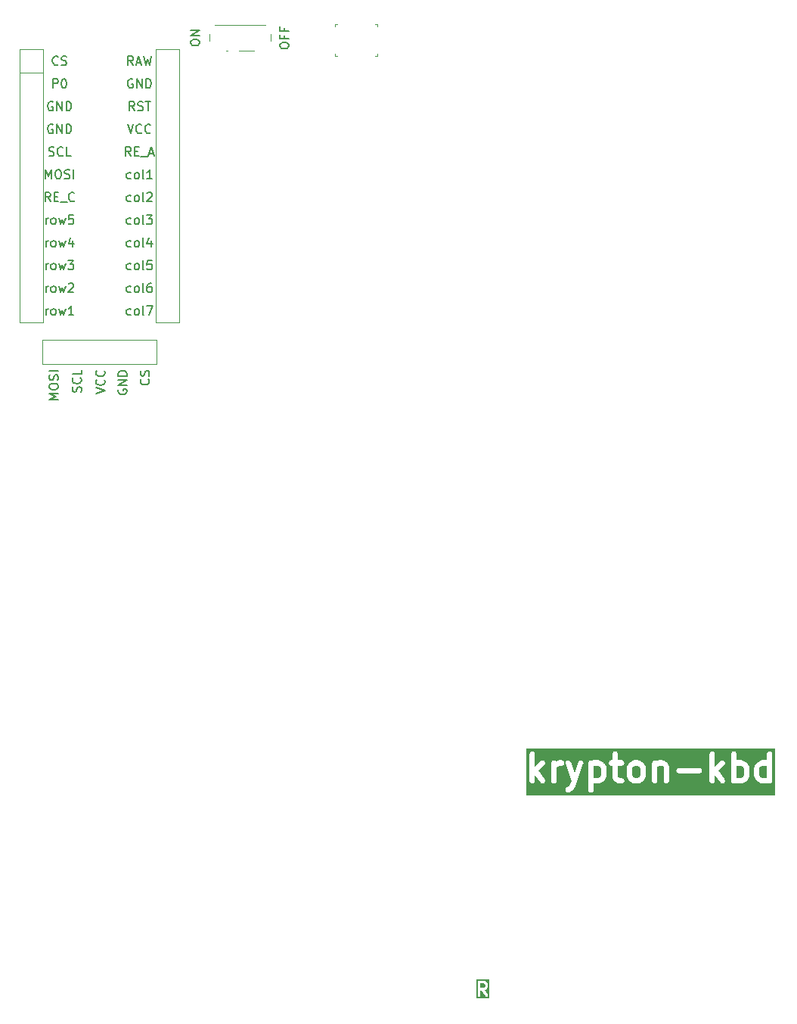
<source format=gbr>
%TF.GenerationSoftware,KiCad,Pcbnew,9.0.0*%
%TF.CreationDate,2025-04-09T21:05:37+02:00*%
%TF.ProjectId,right,72696768-742e-46b6-9963-61645f706362,1*%
%TF.SameCoordinates,Original*%
%TF.FileFunction,Legend,Top*%
%TF.FilePolarity,Positive*%
%FSLAX46Y46*%
G04 Gerber Fmt 4.6, Leading zero omitted, Abs format (unit mm)*
G04 Created by KiCad (PCBNEW 9.0.0) date 2025-04-09 21:05:37*
%MOMM*%
%LPD*%
G01*
G04 APERTURE LIST*
%ADD10C,0.300000*%
%ADD11C,0.600000*%
%ADD12C,0.150000*%
%ADD13C,0.120000*%
%ADD14C,0.100000*%
G04 APERTURE END LIST*
D10*
G36*
X200441797Y-184057779D02*
G01*
X200478801Y-184094783D01*
X200523507Y-184184195D01*
X200523507Y-184327662D01*
X200478800Y-184417075D01*
X200441795Y-184454080D01*
X200352383Y-184498786D01*
X199966364Y-184498786D01*
X199966364Y-184013072D01*
X200352383Y-184013072D01*
X200441797Y-184057779D01*
G37*
G36*
X200990174Y-185679704D02*
G01*
X199499697Y-185679704D01*
X199499697Y-183863072D01*
X199666364Y-183863072D01*
X199666364Y-185363072D01*
X199669246Y-185392336D01*
X199691644Y-185446408D01*
X199733028Y-185487792D01*
X199787100Y-185510190D01*
X199845628Y-185510190D01*
X199899700Y-185487792D01*
X199941084Y-185446408D01*
X199963482Y-185392336D01*
X199966364Y-185363072D01*
X199966364Y-184798786D01*
X200095409Y-184798786D01*
X200550622Y-185449091D01*
X200569765Y-185471413D01*
X200619122Y-185502866D01*
X200676758Y-185513037D01*
X200733900Y-185500378D01*
X200781848Y-185466814D01*
X200813301Y-185417457D01*
X200823472Y-185359821D01*
X200810813Y-185302679D01*
X200796392Y-185277053D01*
X200451440Y-184784264D01*
X200454875Y-184782950D01*
X200597732Y-184711522D01*
X200610325Y-184703594D01*
X200613985Y-184702079D01*
X200618104Y-184698697D01*
X200622618Y-184695857D01*
X200625214Y-184692863D01*
X200636716Y-184683424D01*
X200708145Y-184611995D01*
X200717586Y-184600490D01*
X200720578Y-184597896D01*
X200723416Y-184593386D01*
X200726800Y-184589264D01*
X200728316Y-184585602D01*
X200736243Y-184573011D01*
X200807671Y-184430153D01*
X200818181Y-184402690D01*
X200818562Y-184397314D01*
X200820625Y-184392336D01*
X200823507Y-184363072D01*
X200823507Y-184148786D01*
X200820625Y-184119522D01*
X200818562Y-184114543D01*
X200818181Y-184109168D01*
X200807671Y-184081705D01*
X200736243Y-183938847D01*
X200728314Y-183926252D01*
X200726799Y-183922593D01*
X200723417Y-183918472D01*
X200720578Y-183913962D01*
X200717586Y-183911367D01*
X200708144Y-183899862D01*
X200636715Y-183828434D01*
X200625215Y-183818996D01*
X200622618Y-183816002D01*
X200618101Y-183813159D01*
X200613984Y-183809780D01*
X200610327Y-183808265D01*
X200597732Y-183800337D01*
X200454875Y-183728908D01*
X200427412Y-183718399D01*
X200422037Y-183718017D01*
X200417057Y-183715954D01*
X200387793Y-183713072D01*
X199816364Y-183713072D01*
X199787100Y-183715954D01*
X199733028Y-183738352D01*
X199691644Y-183779736D01*
X199669246Y-183833808D01*
X199666364Y-183863072D01*
X199499697Y-183863072D01*
X199499697Y-183546405D01*
X200990174Y-183546405D01*
X200990174Y-185679704D01*
G37*
D11*
G36*
X213330935Y-159737345D02*
G01*
X213404945Y-159811354D01*
X213494358Y-159990180D01*
X213494358Y-160705683D01*
X213404945Y-160884509D01*
X213330935Y-160958519D01*
X213152109Y-161047932D01*
X212722321Y-161047932D01*
X212665786Y-161019664D01*
X212665786Y-159676199D01*
X212722321Y-159647932D01*
X213152109Y-159647932D01*
X213330935Y-159737345D01*
G37*
G36*
X217759507Y-159737345D02*
G01*
X217833517Y-159811354D01*
X217922930Y-159990180D01*
X217922930Y-160705683D01*
X217833517Y-160884509D01*
X217759507Y-160958519D01*
X217580681Y-161047932D01*
X217293750Y-161047932D01*
X217114923Y-160958519D01*
X217040914Y-160884509D01*
X216951501Y-160705683D01*
X216951501Y-159990180D01*
X217040914Y-159811354D01*
X217114922Y-159737345D01*
X217293750Y-159647932D01*
X217580681Y-159647932D01*
X217759507Y-159737345D01*
G37*
G36*
X229330936Y-159737345D02*
G01*
X229404946Y-159811354D01*
X229494359Y-159990180D01*
X229494359Y-160705683D01*
X229404946Y-160884509D01*
X229330936Y-160958519D01*
X229152110Y-161047932D01*
X228722322Y-161047932D01*
X228665787Y-161019664D01*
X228665787Y-159676199D01*
X228722322Y-159647932D01*
X229152110Y-159647932D01*
X229330936Y-159737345D01*
G37*
G36*
X232065788Y-159676199D02*
G01*
X232065788Y-161019664D01*
X232009253Y-161047932D01*
X231579465Y-161047932D01*
X231400638Y-160958519D01*
X231326629Y-160884509D01*
X231237216Y-160705683D01*
X231237216Y-159990180D01*
X231326629Y-159811354D01*
X231400637Y-159737345D01*
X231579465Y-159647932D01*
X232009253Y-159647932D01*
X232065788Y-159676199D01*
G37*
G36*
X232999121Y-162980510D02*
G01*
X205161025Y-162980510D01*
X205161025Y-158347932D01*
X205494358Y-158347932D01*
X205494358Y-161347932D01*
X205496925Y-161387090D01*
X205517194Y-161462737D01*
X205556352Y-161530560D01*
X205611730Y-161585938D01*
X205679553Y-161625096D01*
X205755200Y-161645365D01*
X205833516Y-161645365D01*
X205909163Y-161625096D01*
X205976986Y-161585938D01*
X206032364Y-161530560D01*
X206071522Y-161462737D01*
X206091791Y-161387090D01*
X206094358Y-161347932D01*
X206094358Y-160724121D01*
X206697215Y-161527932D01*
X206722763Y-161557718D01*
X206784367Y-161606074D01*
X206856387Y-161636838D01*
X206933916Y-161647914D01*
X207011669Y-161638546D01*
X207084348Y-161609373D01*
X207147001Y-161562384D01*
X207195357Y-161500780D01*
X207226121Y-161428760D01*
X207237197Y-161351231D01*
X207227829Y-161273478D01*
X207198656Y-161200799D01*
X207177215Y-161167932D01*
X206476185Y-160233225D01*
X207149347Y-159560064D01*
X207175221Y-159530560D01*
X207214379Y-159462737D01*
X207234648Y-159387090D01*
X207234648Y-159347932D01*
X207922929Y-159347932D01*
X207922929Y-161347932D01*
X207925496Y-161387090D01*
X207945765Y-161462737D01*
X207984923Y-161530560D01*
X208040301Y-161585938D01*
X208108124Y-161625096D01*
X208183771Y-161645365D01*
X208262087Y-161645365D01*
X208337734Y-161625096D01*
X208405557Y-161585938D01*
X208460935Y-161530560D01*
X208500093Y-161462737D01*
X208520362Y-161387090D01*
X208522929Y-161347932D01*
X208522929Y-159990180D01*
X208612341Y-159811354D01*
X208686351Y-159737345D01*
X208865178Y-159647932D01*
X209080072Y-159647932D01*
X209119230Y-159645365D01*
X209194877Y-159625096D01*
X209262700Y-159585938D01*
X209318078Y-159530560D01*
X209357236Y-159462737D01*
X209377505Y-159387090D01*
X209377505Y-159333036D01*
X209494728Y-159333036D01*
X209501083Y-159411093D01*
X209511835Y-159448833D01*
X210187938Y-161341920D01*
X209967254Y-161893627D01*
X209902363Y-161958519D01*
X209660194Y-162079604D01*
X209626318Y-162099412D01*
X209567722Y-162151371D01*
X209524571Y-162216727D01*
X209499805Y-162291024D01*
X209495113Y-162369199D01*
X209510814Y-162445924D01*
X209545838Y-162515972D01*
X209597797Y-162574568D01*
X209663153Y-162617719D01*
X209737450Y-162642485D01*
X209815625Y-162647177D01*
X209892350Y-162631476D01*
X209928522Y-162616260D01*
X210214236Y-162473403D01*
X210248112Y-162453595D01*
X210254873Y-162447599D01*
X210262701Y-162443080D01*
X210292205Y-162417206D01*
X210435062Y-162274348D01*
X210436699Y-162272480D01*
X210437632Y-162271747D01*
X210439311Y-162269502D01*
X210460935Y-162244844D01*
X210471673Y-162226243D01*
X210484546Y-162209038D01*
X210498698Y-162179437D01*
X210500093Y-162177021D01*
X210500398Y-162175879D01*
X210501472Y-162173635D01*
X210787187Y-161459349D01*
X210788929Y-161454002D01*
X210791167Y-161448833D01*
X211505452Y-159448833D01*
X211516204Y-159411093D01*
X211521346Y-159347932D01*
X212065786Y-159347932D01*
X212065786Y-162347932D01*
X212068353Y-162387090D01*
X212088622Y-162462737D01*
X212127780Y-162530560D01*
X212183158Y-162585938D01*
X212250981Y-162625096D01*
X212326628Y-162645365D01*
X212404944Y-162645365D01*
X212480591Y-162625096D01*
X212548414Y-162585938D01*
X212603792Y-162530560D01*
X212642950Y-162462737D01*
X212663219Y-162387090D01*
X212665786Y-162347932D01*
X212665786Y-161647932D01*
X213222929Y-161647932D01*
X213239106Y-161646871D01*
X213244196Y-161647177D01*
X213248791Y-161646236D01*
X213262087Y-161645365D01*
X213291299Y-161637537D01*
X213320921Y-161631476D01*
X213333199Y-161626311D01*
X213337734Y-161625096D01*
X213342153Y-161622544D01*
X213357093Y-161616260D01*
X213642807Y-161473403D01*
X213676683Y-161453595D01*
X213683443Y-161447600D01*
X213691271Y-161443081D01*
X213720775Y-161417207D01*
X213863633Y-161274349D01*
X213889507Y-161244845D01*
X213894026Y-161237017D01*
X213900021Y-161230257D01*
X213919829Y-161196381D01*
X214062686Y-160910667D01*
X214068970Y-160895727D01*
X214071522Y-160891308D01*
X214072737Y-160886773D01*
X214077902Y-160874495D01*
X214083963Y-160844873D01*
X214091791Y-160815661D01*
X214092662Y-160802365D01*
X214093603Y-160797770D01*
X214093297Y-160792680D01*
X214094358Y-160776503D01*
X214094358Y-159919360D01*
X214093297Y-159903182D01*
X214093603Y-159898093D01*
X214092662Y-159893497D01*
X214091791Y-159880202D01*
X214083963Y-159850989D01*
X214077902Y-159821368D01*
X214072737Y-159809089D01*
X214071522Y-159804555D01*
X214068970Y-159800135D01*
X214062686Y-159785196D01*
X213919829Y-159499482D01*
X213900021Y-159465606D01*
X213894025Y-159458844D01*
X213889506Y-159451017D01*
X213863632Y-159421513D01*
X213750892Y-159308774D01*
X214354068Y-159308774D01*
X214354068Y-159387090D01*
X214374337Y-159462737D01*
X214413495Y-159530560D01*
X214468873Y-159585938D01*
X214536696Y-159625096D01*
X214612343Y-159645365D01*
X214651501Y-159647932D01*
X214780072Y-159647932D01*
X214780072Y-160919360D01*
X214781132Y-160935536D01*
X214780827Y-160940626D01*
X214781767Y-160945221D01*
X214782639Y-160958518D01*
X214790466Y-160987731D01*
X214796528Y-161017352D01*
X214801692Y-161029630D01*
X214802908Y-161034165D01*
X214805459Y-161038584D01*
X214811744Y-161053524D01*
X214954601Y-161339239D01*
X214974409Y-161373115D01*
X214986361Y-161386594D01*
X214996293Y-161401636D01*
X215012233Y-161415770D01*
X215026368Y-161431711D01*
X215041409Y-161441642D01*
X215054889Y-161453595D01*
X215088765Y-161473403D01*
X215374480Y-161616260D01*
X215389419Y-161622544D01*
X215393839Y-161625096D01*
X215398373Y-161626311D01*
X215410652Y-161631476D01*
X215440272Y-161637537D01*
X215469486Y-161645365D01*
X215482782Y-161646236D01*
X215487378Y-161647177D01*
X215492467Y-161646871D01*
X215508644Y-161647932D01*
X215794358Y-161647932D01*
X215833516Y-161645365D01*
X215909163Y-161625096D01*
X215976986Y-161585938D01*
X216032364Y-161530560D01*
X216071522Y-161462737D01*
X216091791Y-161387090D01*
X216091791Y-161308774D01*
X216071522Y-161233127D01*
X216032364Y-161165304D01*
X215976986Y-161109926D01*
X215909163Y-161070768D01*
X215833516Y-161050499D01*
X215794358Y-161047932D01*
X215579464Y-161047932D01*
X215446535Y-160981468D01*
X215380072Y-160848540D01*
X215380072Y-159919360D01*
X216351501Y-159919360D01*
X216351501Y-160776503D01*
X216352561Y-160792680D01*
X216352256Y-160797770D01*
X216353196Y-160802365D01*
X216354068Y-160815661D01*
X216361895Y-160844873D01*
X216367957Y-160874495D01*
X216373121Y-160886773D01*
X216374337Y-160891308D01*
X216376888Y-160895727D01*
X216383173Y-160910667D01*
X216526030Y-161196381D01*
X216545838Y-161230257D01*
X216551834Y-161237019D01*
X216556352Y-161244844D01*
X216582225Y-161274348D01*
X216725082Y-161417206D01*
X216754586Y-161443080D01*
X216762413Y-161447599D01*
X216769175Y-161453595D01*
X216803051Y-161473403D01*
X217088766Y-161616260D01*
X217103705Y-161622544D01*
X217108125Y-161625096D01*
X217112659Y-161626311D01*
X217124938Y-161631476D01*
X217154558Y-161637537D01*
X217183772Y-161645365D01*
X217197068Y-161646236D01*
X217201664Y-161647177D01*
X217206753Y-161646871D01*
X217222930Y-161647932D01*
X217651501Y-161647932D01*
X217667678Y-161646871D01*
X217672768Y-161647177D01*
X217677363Y-161646236D01*
X217690659Y-161645365D01*
X217719871Y-161637537D01*
X217749493Y-161631476D01*
X217761771Y-161626311D01*
X217766306Y-161625096D01*
X217770725Y-161622544D01*
X217785665Y-161616260D01*
X218071379Y-161473403D01*
X218105255Y-161453595D01*
X218112015Y-161447600D01*
X218119843Y-161443081D01*
X218149347Y-161417207D01*
X218292205Y-161274349D01*
X218318079Y-161244845D01*
X218322598Y-161237017D01*
X218328593Y-161230257D01*
X218348401Y-161196381D01*
X218491258Y-160910667D01*
X218497542Y-160895727D01*
X218500094Y-160891308D01*
X218501309Y-160886773D01*
X218506474Y-160874495D01*
X218512535Y-160844873D01*
X218520363Y-160815661D01*
X218521234Y-160802365D01*
X218522175Y-160797770D01*
X218521869Y-160792680D01*
X218522930Y-160776503D01*
X218522930Y-159919360D01*
X218521869Y-159903182D01*
X218522175Y-159898093D01*
X218521234Y-159893497D01*
X218520363Y-159880202D01*
X218512535Y-159850989D01*
X218506474Y-159821368D01*
X218501309Y-159809089D01*
X218500094Y-159804555D01*
X218497542Y-159800135D01*
X218491258Y-159785196D01*
X218348401Y-159499482D01*
X218328593Y-159465606D01*
X218322597Y-159458844D01*
X218318078Y-159451017D01*
X218292204Y-159421513D01*
X218218622Y-159347932D01*
X219208644Y-159347932D01*
X219208644Y-161347932D01*
X219211211Y-161387090D01*
X219231480Y-161462737D01*
X219270638Y-161530560D01*
X219326016Y-161585938D01*
X219393839Y-161625096D01*
X219469486Y-161645365D01*
X219547802Y-161645365D01*
X219623449Y-161625096D01*
X219691272Y-161585938D01*
X219746650Y-161530560D01*
X219785808Y-161462737D01*
X219806077Y-161387090D01*
X219808644Y-161347932D01*
X219808644Y-159757910D01*
X219829208Y-159737345D01*
X220008036Y-159647932D01*
X220294967Y-159647932D01*
X220427894Y-159714395D01*
X220494359Y-159847323D01*
X220494359Y-161347932D01*
X220496926Y-161387090D01*
X220517195Y-161462737D01*
X220556353Y-161530560D01*
X220611731Y-161585938D01*
X220679554Y-161625096D01*
X220755201Y-161645365D01*
X220833517Y-161645365D01*
X220909164Y-161625096D01*
X220976987Y-161585938D01*
X221032365Y-161530560D01*
X221071523Y-161462737D01*
X221091792Y-161387090D01*
X221094359Y-161347932D01*
X221094359Y-160165917D01*
X221925497Y-160165917D01*
X221925497Y-160244233D01*
X221945766Y-160319880D01*
X221984924Y-160387703D01*
X222040302Y-160443081D01*
X222108125Y-160482239D01*
X222183772Y-160502508D01*
X222222930Y-160505075D01*
X224508645Y-160505075D01*
X224547803Y-160502508D01*
X224623450Y-160482239D01*
X224691273Y-160443081D01*
X224746651Y-160387703D01*
X224785809Y-160319880D01*
X224806078Y-160244233D01*
X224806078Y-160165917D01*
X224785809Y-160090270D01*
X224746651Y-160022447D01*
X224691273Y-159967069D01*
X224623450Y-159927911D01*
X224547803Y-159907642D01*
X224508645Y-159905075D01*
X222222930Y-159905075D01*
X222183772Y-159907642D01*
X222108125Y-159927911D01*
X222040302Y-159967069D01*
X221984924Y-160022447D01*
X221945766Y-160090270D01*
X221925497Y-160165917D01*
X221094359Y-160165917D01*
X221094359Y-159776503D01*
X221093298Y-159760325D01*
X221093604Y-159755235D01*
X221092663Y-159750639D01*
X221091792Y-159737345D01*
X221083965Y-159708135D01*
X221077903Y-159678510D01*
X221072737Y-159666229D01*
X221071523Y-159661698D01*
X221068973Y-159657281D01*
X221062687Y-159642338D01*
X220919829Y-159356624D01*
X220900021Y-159322748D01*
X220888065Y-159309265D01*
X220878137Y-159294228D01*
X220862197Y-159280093D01*
X220848061Y-159264152D01*
X220833020Y-159254221D01*
X220819541Y-159242269D01*
X220785665Y-159222461D01*
X220499951Y-159079604D01*
X220485011Y-159073319D01*
X220480592Y-159070768D01*
X220476057Y-159069552D01*
X220463779Y-159064388D01*
X220434157Y-159058326D01*
X220404945Y-159050499D01*
X220391649Y-159049627D01*
X220387054Y-159048687D01*
X220381964Y-159048992D01*
X220365787Y-159047932D01*
X219937216Y-159047932D01*
X219921039Y-159048992D01*
X219915950Y-159048687D01*
X219911354Y-159049627D01*
X219898058Y-159050499D01*
X219868844Y-159058326D01*
X219839224Y-159064388D01*
X219826945Y-159069552D01*
X219822411Y-159070768D01*
X219817991Y-159073319D01*
X219803052Y-159079604D01*
X219708317Y-159126971D01*
X219691272Y-159109926D01*
X219623449Y-159070768D01*
X219547802Y-159050499D01*
X219469486Y-159050499D01*
X219393839Y-159070768D01*
X219326016Y-159109926D01*
X219270638Y-159165304D01*
X219231480Y-159233127D01*
X219211211Y-159308774D01*
X219208644Y-159347932D01*
X218218622Y-159347932D01*
X218149346Y-159278656D01*
X218119842Y-159252783D01*
X218112017Y-159248265D01*
X218105255Y-159242269D01*
X218071379Y-159222461D01*
X217785665Y-159079604D01*
X217770725Y-159073319D01*
X217766306Y-159070768D01*
X217761771Y-159069552D01*
X217749493Y-159064388D01*
X217719871Y-159058326D01*
X217690659Y-159050499D01*
X217677363Y-159049627D01*
X217672768Y-159048687D01*
X217667678Y-159048992D01*
X217651501Y-159047932D01*
X217222930Y-159047932D01*
X217206753Y-159048992D01*
X217201664Y-159048687D01*
X217197068Y-159049627D01*
X217183772Y-159050499D01*
X217154558Y-159058326D01*
X217124938Y-159064388D01*
X217112659Y-159069552D01*
X217108125Y-159070768D01*
X217103705Y-159073319D01*
X217088766Y-159079604D01*
X216803051Y-159222461D01*
X216769175Y-159242269D01*
X216762414Y-159248263D01*
X216754587Y-159252783D01*
X216725083Y-159278657D01*
X216582226Y-159421514D01*
X216556352Y-159451018D01*
X216551832Y-159458845D01*
X216545838Y-159465606D01*
X216526030Y-159499482D01*
X216383173Y-159785196D01*
X216376888Y-159800135D01*
X216374337Y-159804555D01*
X216373121Y-159809089D01*
X216367957Y-159821368D01*
X216361895Y-159850989D01*
X216354068Y-159880202D01*
X216353196Y-159893497D01*
X216352256Y-159898093D01*
X216352561Y-159903182D01*
X216351501Y-159919360D01*
X215380072Y-159919360D01*
X215380072Y-159647932D01*
X215794358Y-159647932D01*
X215833516Y-159645365D01*
X215909163Y-159625096D01*
X215976986Y-159585938D01*
X216032364Y-159530560D01*
X216071522Y-159462737D01*
X216091791Y-159387090D01*
X216091791Y-159308774D01*
X216071522Y-159233127D01*
X216032364Y-159165304D01*
X215976986Y-159109926D01*
X215909163Y-159070768D01*
X215833516Y-159050499D01*
X215794358Y-159047932D01*
X215380072Y-159047932D01*
X215380072Y-158347932D01*
X225637216Y-158347932D01*
X225637216Y-161347932D01*
X225639783Y-161387090D01*
X225660052Y-161462737D01*
X225699210Y-161530560D01*
X225754588Y-161585938D01*
X225822411Y-161625096D01*
X225898058Y-161645365D01*
X225976374Y-161645365D01*
X226052021Y-161625096D01*
X226119844Y-161585938D01*
X226175222Y-161530560D01*
X226214380Y-161462737D01*
X226234649Y-161387090D01*
X226237216Y-161347932D01*
X226237216Y-160724121D01*
X226840073Y-161527932D01*
X226865621Y-161557718D01*
X226927225Y-161606074D01*
X226999245Y-161636838D01*
X227076774Y-161647914D01*
X227154527Y-161638546D01*
X227227206Y-161609373D01*
X227289859Y-161562384D01*
X227338215Y-161500780D01*
X227368979Y-161428760D01*
X227380055Y-161351231D01*
X227370687Y-161273478D01*
X227341514Y-161200799D01*
X227320073Y-161167932D01*
X226619043Y-160233225D01*
X227292205Y-159560064D01*
X227318079Y-159530560D01*
X227357237Y-159462737D01*
X227377506Y-159387090D01*
X227377506Y-159308774D01*
X227357237Y-159233127D01*
X227318079Y-159165304D01*
X227262701Y-159109926D01*
X227194878Y-159070768D01*
X227119231Y-159050499D01*
X227040915Y-159050499D01*
X226965268Y-159070768D01*
X226897445Y-159109926D01*
X226867941Y-159135800D01*
X226237216Y-159766525D01*
X226237216Y-158347932D01*
X228065787Y-158347932D01*
X228065787Y-161347932D01*
X228068354Y-161387090D01*
X228088623Y-161462737D01*
X228127781Y-161530560D01*
X228183159Y-161585938D01*
X228250982Y-161625096D01*
X228326629Y-161645365D01*
X228404945Y-161645365D01*
X228480592Y-161625096D01*
X228505847Y-161610514D01*
X228517338Y-161616260D01*
X228532277Y-161622544D01*
X228536697Y-161625096D01*
X228541231Y-161626311D01*
X228553510Y-161631476D01*
X228583130Y-161637537D01*
X228612344Y-161645365D01*
X228625640Y-161646236D01*
X228630236Y-161647177D01*
X228635325Y-161646871D01*
X228651502Y-161647932D01*
X229222930Y-161647932D01*
X229239107Y-161646871D01*
X229244197Y-161647177D01*
X229248792Y-161646236D01*
X229262088Y-161645365D01*
X229291300Y-161637537D01*
X229320922Y-161631476D01*
X229333200Y-161626311D01*
X229337735Y-161625096D01*
X229342154Y-161622544D01*
X229357094Y-161616260D01*
X229642808Y-161473403D01*
X229676684Y-161453595D01*
X229683444Y-161447600D01*
X229691272Y-161443081D01*
X229720776Y-161417207D01*
X229863634Y-161274349D01*
X229889508Y-161244845D01*
X229894027Y-161237017D01*
X229900022Y-161230257D01*
X229919830Y-161196381D01*
X230062687Y-160910667D01*
X230068971Y-160895727D01*
X230071523Y-160891308D01*
X230072738Y-160886773D01*
X230077903Y-160874495D01*
X230083964Y-160844873D01*
X230091792Y-160815661D01*
X230092663Y-160802365D01*
X230093604Y-160797770D01*
X230093298Y-160792680D01*
X230094359Y-160776503D01*
X230094359Y-159919360D01*
X230637216Y-159919360D01*
X230637216Y-160776503D01*
X230638276Y-160792680D01*
X230637971Y-160797770D01*
X230638911Y-160802365D01*
X230639783Y-160815661D01*
X230647610Y-160844873D01*
X230653672Y-160874495D01*
X230658836Y-160886773D01*
X230660052Y-160891308D01*
X230662603Y-160895727D01*
X230668888Y-160910667D01*
X230811745Y-161196381D01*
X230831553Y-161230257D01*
X230837549Y-161237019D01*
X230842067Y-161244844D01*
X230867940Y-161274348D01*
X231010797Y-161417206D01*
X231040301Y-161443080D01*
X231048128Y-161447599D01*
X231054890Y-161453595D01*
X231088766Y-161473403D01*
X231374481Y-161616260D01*
X231389420Y-161622544D01*
X231393840Y-161625096D01*
X231398374Y-161626311D01*
X231410653Y-161631476D01*
X231440273Y-161637537D01*
X231469487Y-161645365D01*
X231482783Y-161646236D01*
X231487379Y-161647177D01*
X231492468Y-161646871D01*
X231508645Y-161647932D01*
X232080073Y-161647932D01*
X232096249Y-161646871D01*
X232101339Y-161647177D01*
X232105934Y-161646236D01*
X232119231Y-161645365D01*
X232148444Y-161637537D01*
X232178065Y-161631476D01*
X232190343Y-161626311D01*
X232194878Y-161625096D01*
X232199297Y-161622544D01*
X232214237Y-161616260D01*
X232225727Y-161610514D01*
X232250983Y-161625096D01*
X232326630Y-161645365D01*
X232404946Y-161645365D01*
X232480593Y-161625096D01*
X232548416Y-161585938D01*
X232603794Y-161530560D01*
X232642952Y-161462737D01*
X232663221Y-161387090D01*
X232665788Y-161347932D01*
X232665788Y-158347932D01*
X232663221Y-158308774D01*
X232642952Y-158233127D01*
X232603794Y-158165304D01*
X232548416Y-158109926D01*
X232480593Y-158070768D01*
X232404946Y-158050499D01*
X232326630Y-158050499D01*
X232250983Y-158070768D01*
X232183160Y-158109926D01*
X232127782Y-158165304D01*
X232088624Y-158233127D01*
X232068355Y-158308774D01*
X232065788Y-158347932D01*
X232065788Y-159047932D01*
X231508645Y-159047932D01*
X231492468Y-159048992D01*
X231487379Y-159048687D01*
X231482783Y-159049627D01*
X231469487Y-159050499D01*
X231440273Y-159058326D01*
X231410653Y-159064388D01*
X231398374Y-159069552D01*
X231393840Y-159070768D01*
X231389420Y-159073319D01*
X231374481Y-159079604D01*
X231088766Y-159222461D01*
X231054890Y-159242269D01*
X231048129Y-159248263D01*
X231040302Y-159252783D01*
X231010798Y-159278657D01*
X230867941Y-159421514D01*
X230842067Y-159451018D01*
X230837547Y-159458845D01*
X230831553Y-159465606D01*
X230811745Y-159499482D01*
X230668888Y-159785196D01*
X230662603Y-159800135D01*
X230660052Y-159804555D01*
X230658836Y-159809089D01*
X230653672Y-159821368D01*
X230647610Y-159850989D01*
X230639783Y-159880202D01*
X230638911Y-159893497D01*
X230637971Y-159898093D01*
X230638276Y-159903182D01*
X230637216Y-159919360D01*
X230094359Y-159919360D01*
X230093298Y-159903182D01*
X230093604Y-159898093D01*
X230092663Y-159893497D01*
X230091792Y-159880202D01*
X230083964Y-159850989D01*
X230077903Y-159821368D01*
X230072738Y-159809089D01*
X230071523Y-159804555D01*
X230068971Y-159800135D01*
X230062687Y-159785196D01*
X229919830Y-159499482D01*
X229900022Y-159465606D01*
X229894026Y-159458844D01*
X229889507Y-159451017D01*
X229863633Y-159421513D01*
X229720775Y-159278656D01*
X229691271Y-159252783D01*
X229683446Y-159248265D01*
X229676684Y-159242269D01*
X229642808Y-159222461D01*
X229357094Y-159079604D01*
X229342154Y-159073319D01*
X229337735Y-159070768D01*
X229333200Y-159069552D01*
X229320922Y-159064388D01*
X229291300Y-159058326D01*
X229262088Y-159050499D01*
X229248792Y-159049627D01*
X229244197Y-159048687D01*
X229239107Y-159048992D01*
X229222930Y-159047932D01*
X228665787Y-159047932D01*
X228665787Y-158347932D01*
X228663220Y-158308774D01*
X228642951Y-158233127D01*
X228603793Y-158165304D01*
X228548415Y-158109926D01*
X228480592Y-158070768D01*
X228404945Y-158050499D01*
X228326629Y-158050499D01*
X228250982Y-158070768D01*
X228183159Y-158109926D01*
X228127781Y-158165304D01*
X228088623Y-158233127D01*
X228068354Y-158308774D01*
X228065787Y-158347932D01*
X226237216Y-158347932D01*
X226234649Y-158308774D01*
X226214380Y-158233127D01*
X226175222Y-158165304D01*
X226119844Y-158109926D01*
X226052021Y-158070768D01*
X225976374Y-158050499D01*
X225898058Y-158050499D01*
X225822411Y-158070768D01*
X225754588Y-158109926D01*
X225699210Y-158165304D01*
X225660052Y-158233127D01*
X225639783Y-158308774D01*
X225637216Y-158347932D01*
X215380072Y-158347932D01*
X215377505Y-158308774D01*
X215357236Y-158233127D01*
X215318078Y-158165304D01*
X215262700Y-158109926D01*
X215194877Y-158070768D01*
X215119230Y-158050499D01*
X215040914Y-158050499D01*
X214965267Y-158070768D01*
X214897444Y-158109926D01*
X214842066Y-158165304D01*
X214802908Y-158233127D01*
X214782639Y-158308774D01*
X214780072Y-158347932D01*
X214780072Y-159047932D01*
X214651501Y-159047932D01*
X214612343Y-159050499D01*
X214536696Y-159070768D01*
X214468873Y-159109926D01*
X214413495Y-159165304D01*
X214374337Y-159233127D01*
X214354068Y-159308774D01*
X213750892Y-159308774D01*
X213720774Y-159278656D01*
X213691270Y-159252783D01*
X213683445Y-159248265D01*
X213676683Y-159242269D01*
X213642807Y-159222461D01*
X213357093Y-159079604D01*
X213342153Y-159073319D01*
X213337734Y-159070768D01*
X213333199Y-159069552D01*
X213320921Y-159064388D01*
X213291299Y-159058326D01*
X213262087Y-159050499D01*
X213248791Y-159049627D01*
X213244196Y-159048687D01*
X213239106Y-159048992D01*
X213222929Y-159047932D01*
X212651501Y-159047932D01*
X212635324Y-159048992D01*
X212630235Y-159048687D01*
X212625639Y-159049627D01*
X212612343Y-159050499D01*
X212583129Y-159058326D01*
X212553509Y-159064388D01*
X212541230Y-159069552D01*
X212536696Y-159070768D01*
X212532276Y-159073319D01*
X212517337Y-159079604D01*
X212505846Y-159085349D01*
X212480591Y-159070768D01*
X212404944Y-159050499D01*
X212326628Y-159050499D01*
X212250981Y-159070768D01*
X212183158Y-159109926D01*
X212127780Y-159165304D01*
X212088622Y-159233127D01*
X212068353Y-159308774D01*
X212065786Y-159347932D01*
X211521346Y-159347932D01*
X211522559Y-159333035D01*
X211508494Y-159255993D01*
X211474968Y-159185216D01*
X211424266Y-159125528D01*
X211359843Y-159080997D01*
X211286090Y-159054656D01*
X211208033Y-159048302D01*
X211130991Y-159062367D01*
X211060213Y-159095893D01*
X211000525Y-159146595D01*
X210955994Y-159211018D01*
X210940406Y-159247031D01*
X210508643Y-160455967D01*
X210076881Y-159247031D01*
X210061293Y-159211018D01*
X210016762Y-159146595D01*
X209957074Y-159095893D01*
X209886296Y-159062367D01*
X209809254Y-159048302D01*
X209731197Y-159054657D01*
X209657444Y-159080997D01*
X209593021Y-159125528D01*
X209542319Y-159185216D01*
X209508793Y-159255994D01*
X209494728Y-159333036D01*
X209377505Y-159333036D01*
X209377505Y-159308774D01*
X209357236Y-159233127D01*
X209318078Y-159165304D01*
X209262700Y-159109926D01*
X209194877Y-159070768D01*
X209119230Y-159050499D01*
X209080072Y-159047932D01*
X208794358Y-159047932D01*
X208778180Y-159048992D01*
X208773091Y-159048687D01*
X208768495Y-159049627D01*
X208755200Y-159050499D01*
X208725987Y-159058326D01*
X208696366Y-159064388D01*
X208684087Y-159069552D01*
X208679553Y-159070768D01*
X208675133Y-159073319D01*
X208660194Y-159079604D01*
X208467175Y-159176113D01*
X208460935Y-159165304D01*
X208405557Y-159109926D01*
X208337734Y-159070768D01*
X208262087Y-159050499D01*
X208183771Y-159050499D01*
X208108124Y-159070768D01*
X208040301Y-159109926D01*
X207984923Y-159165304D01*
X207945765Y-159233127D01*
X207925496Y-159308774D01*
X207922929Y-159347932D01*
X207234648Y-159347932D01*
X207234648Y-159308774D01*
X207214379Y-159233127D01*
X207175221Y-159165304D01*
X207119843Y-159109926D01*
X207052020Y-159070768D01*
X206976373Y-159050499D01*
X206898057Y-159050499D01*
X206822410Y-159070768D01*
X206754587Y-159109926D01*
X206725083Y-159135800D01*
X206094358Y-159766525D01*
X206094358Y-158347932D01*
X206091791Y-158308774D01*
X206071522Y-158233127D01*
X206032364Y-158165304D01*
X205976986Y-158109926D01*
X205909163Y-158070768D01*
X205833516Y-158050499D01*
X205755200Y-158050499D01*
X205679553Y-158070768D01*
X205611730Y-158109926D01*
X205556352Y-158165304D01*
X205517194Y-158233127D01*
X205496925Y-158308774D01*
X205494358Y-158347932D01*
X205161025Y-158347932D01*
X205161025Y-157717166D01*
X232999121Y-157717166D01*
X232999121Y-162980510D01*
G37*
D12*
X152098178Y-87963718D02*
X152002940Y-87916099D01*
X152002940Y-87916099D02*
X151860083Y-87916099D01*
X151860083Y-87916099D02*
X151717226Y-87963718D01*
X151717226Y-87963718D02*
X151621988Y-88058956D01*
X151621988Y-88058956D02*
X151574369Y-88154194D01*
X151574369Y-88154194D02*
X151526750Y-88344670D01*
X151526750Y-88344670D02*
X151526750Y-88487527D01*
X151526750Y-88487527D02*
X151574369Y-88678003D01*
X151574369Y-88678003D02*
X151621988Y-88773241D01*
X151621988Y-88773241D02*
X151717226Y-88868480D01*
X151717226Y-88868480D02*
X151860083Y-88916099D01*
X151860083Y-88916099D02*
X151955321Y-88916099D01*
X151955321Y-88916099D02*
X152098178Y-88868480D01*
X152098178Y-88868480D02*
X152145797Y-88820860D01*
X152145797Y-88820860D02*
X152145797Y-88487527D01*
X152145797Y-88487527D02*
X151955321Y-88487527D01*
X152574369Y-88916099D02*
X152574369Y-87916099D01*
X152574369Y-87916099D02*
X153145797Y-88916099D01*
X153145797Y-88916099D02*
X153145797Y-87916099D01*
X153621988Y-88916099D02*
X153621988Y-87916099D01*
X153621988Y-87916099D02*
X153860083Y-87916099D01*
X153860083Y-87916099D02*
X154002940Y-87963718D01*
X154002940Y-87963718D02*
X154098178Y-88058956D01*
X154098178Y-88058956D02*
X154145797Y-88154194D01*
X154145797Y-88154194D02*
X154193416Y-88344670D01*
X154193416Y-88344670D02*
X154193416Y-88487527D01*
X154193416Y-88487527D02*
X154145797Y-88678003D01*
X154145797Y-88678003D02*
X154098178Y-88773241D01*
X154098178Y-88773241D02*
X154002940Y-88868480D01*
X154002940Y-88868480D02*
X153860083Y-88916099D01*
X153860083Y-88916099D02*
X153621988Y-88916099D01*
X160847701Y-109188480D02*
X160752463Y-109236099D01*
X160752463Y-109236099D02*
X160561987Y-109236099D01*
X160561987Y-109236099D02*
X160466749Y-109188480D01*
X160466749Y-109188480D02*
X160419130Y-109140860D01*
X160419130Y-109140860D02*
X160371511Y-109045622D01*
X160371511Y-109045622D02*
X160371511Y-108759908D01*
X160371511Y-108759908D02*
X160419130Y-108664670D01*
X160419130Y-108664670D02*
X160466749Y-108617051D01*
X160466749Y-108617051D02*
X160561987Y-108569432D01*
X160561987Y-108569432D02*
X160752463Y-108569432D01*
X160752463Y-108569432D02*
X160847701Y-108617051D01*
X161419130Y-109236099D02*
X161323892Y-109188480D01*
X161323892Y-109188480D02*
X161276273Y-109140860D01*
X161276273Y-109140860D02*
X161228654Y-109045622D01*
X161228654Y-109045622D02*
X161228654Y-108759908D01*
X161228654Y-108759908D02*
X161276273Y-108664670D01*
X161276273Y-108664670D02*
X161323892Y-108617051D01*
X161323892Y-108617051D02*
X161419130Y-108569432D01*
X161419130Y-108569432D02*
X161561987Y-108569432D01*
X161561987Y-108569432D02*
X161657225Y-108617051D01*
X161657225Y-108617051D02*
X161704844Y-108664670D01*
X161704844Y-108664670D02*
X161752463Y-108759908D01*
X161752463Y-108759908D02*
X161752463Y-109045622D01*
X161752463Y-109045622D02*
X161704844Y-109140860D01*
X161704844Y-109140860D02*
X161657225Y-109188480D01*
X161657225Y-109188480D02*
X161561987Y-109236099D01*
X161561987Y-109236099D02*
X161419130Y-109236099D01*
X162323892Y-109236099D02*
X162228654Y-109188480D01*
X162228654Y-109188480D02*
X162181035Y-109093241D01*
X162181035Y-109093241D02*
X162181035Y-108236099D01*
X162609607Y-108236099D02*
X163276273Y-108236099D01*
X163276273Y-108236099D02*
X162847702Y-109236099D01*
X160847701Y-101568480D02*
X160752463Y-101616099D01*
X160752463Y-101616099D02*
X160561987Y-101616099D01*
X160561987Y-101616099D02*
X160466749Y-101568480D01*
X160466749Y-101568480D02*
X160419130Y-101520860D01*
X160419130Y-101520860D02*
X160371511Y-101425622D01*
X160371511Y-101425622D02*
X160371511Y-101139908D01*
X160371511Y-101139908D02*
X160419130Y-101044670D01*
X160419130Y-101044670D02*
X160466749Y-100997051D01*
X160466749Y-100997051D02*
X160561987Y-100949432D01*
X160561987Y-100949432D02*
X160752463Y-100949432D01*
X160752463Y-100949432D02*
X160847701Y-100997051D01*
X161419130Y-101616099D02*
X161323892Y-101568480D01*
X161323892Y-101568480D02*
X161276273Y-101520860D01*
X161276273Y-101520860D02*
X161228654Y-101425622D01*
X161228654Y-101425622D02*
X161228654Y-101139908D01*
X161228654Y-101139908D02*
X161276273Y-101044670D01*
X161276273Y-101044670D02*
X161323892Y-100997051D01*
X161323892Y-100997051D02*
X161419130Y-100949432D01*
X161419130Y-100949432D02*
X161561987Y-100949432D01*
X161561987Y-100949432D02*
X161657225Y-100997051D01*
X161657225Y-100997051D02*
X161704844Y-101044670D01*
X161704844Y-101044670D02*
X161752463Y-101139908D01*
X161752463Y-101139908D02*
X161752463Y-101425622D01*
X161752463Y-101425622D02*
X161704844Y-101520860D01*
X161704844Y-101520860D02*
X161657225Y-101568480D01*
X161657225Y-101568480D02*
X161561987Y-101616099D01*
X161561987Y-101616099D02*
X161419130Y-101616099D01*
X162323892Y-101616099D02*
X162228654Y-101568480D01*
X162228654Y-101568480D02*
X162181035Y-101473241D01*
X162181035Y-101473241D02*
X162181035Y-100616099D01*
X163133416Y-100949432D02*
X163133416Y-101616099D01*
X162895321Y-100568480D02*
X162657226Y-101282765D01*
X162657226Y-101282765D02*
X163276273Y-101282765D01*
X160847701Y-99028480D02*
X160752463Y-99076099D01*
X160752463Y-99076099D02*
X160561987Y-99076099D01*
X160561987Y-99076099D02*
X160466749Y-99028480D01*
X160466749Y-99028480D02*
X160419130Y-98980860D01*
X160419130Y-98980860D02*
X160371511Y-98885622D01*
X160371511Y-98885622D02*
X160371511Y-98599908D01*
X160371511Y-98599908D02*
X160419130Y-98504670D01*
X160419130Y-98504670D02*
X160466749Y-98457051D01*
X160466749Y-98457051D02*
X160561987Y-98409432D01*
X160561987Y-98409432D02*
X160752463Y-98409432D01*
X160752463Y-98409432D02*
X160847701Y-98457051D01*
X161419130Y-99076099D02*
X161323892Y-99028480D01*
X161323892Y-99028480D02*
X161276273Y-98980860D01*
X161276273Y-98980860D02*
X161228654Y-98885622D01*
X161228654Y-98885622D02*
X161228654Y-98599908D01*
X161228654Y-98599908D02*
X161276273Y-98504670D01*
X161276273Y-98504670D02*
X161323892Y-98457051D01*
X161323892Y-98457051D02*
X161419130Y-98409432D01*
X161419130Y-98409432D02*
X161561987Y-98409432D01*
X161561987Y-98409432D02*
X161657225Y-98457051D01*
X161657225Y-98457051D02*
X161704844Y-98504670D01*
X161704844Y-98504670D02*
X161752463Y-98599908D01*
X161752463Y-98599908D02*
X161752463Y-98885622D01*
X161752463Y-98885622D02*
X161704844Y-98980860D01*
X161704844Y-98980860D02*
X161657225Y-99028480D01*
X161657225Y-99028480D02*
X161561987Y-99076099D01*
X161561987Y-99076099D02*
X161419130Y-99076099D01*
X162323892Y-99076099D02*
X162228654Y-99028480D01*
X162228654Y-99028480D02*
X162181035Y-98933241D01*
X162181035Y-98933241D02*
X162181035Y-98076099D01*
X162609607Y-98076099D02*
X163228654Y-98076099D01*
X163228654Y-98076099D02*
X162895321Y-98457051D01*
X162895321Y-98457051D02*
X163038178Y-98457051D01*
X163038178Y-98457051D02*
X163133416Y-98504670D01*
X163133416Y-98504670D02*
X163181035Y-98552289D01*
X163181035Y-98552289D02*
X163228654Y-98647527D01*
X163228654Y-98647527D02*
X163228654Y-98885622D01*
X163228654Y-98885622D02*
X163181035Y-98980860D01*
X163181035Y-98980860D02*
X163133416Y-99028480D01*
X163133416Y-99028480D02*
X163038178Y-99076099D01*
X163038178Y-99076099D02*
X162752464Y-99076099D01*
X162752464Y-99076099D02*
X162657226Y-99028480D01*
X162657226Y-99028480D02*
X162609607Y-98980860D01*
X151288655Y-93996099D02*
X151288655Y-92996099D01*
X151288655Y-92996099D02*
X151621988Y-93710384D01*
X151621988Y-93710384D02*
X151955321Y-92996099D01*
X151955321Y-92996099D02*
X151955321Y-93996099D01*
X152621988Y-92996099D02*
X152812464Y-92996099D01*
X152812464Y-92996099D02*
X152907702Y-93043718D01*
X152907702Y-93043718D02*
X153002940Y-93138956D01*
X153002940Y-93138956D02*
X153050559Y-93329432D01*
X153050559Y-93329432D02*
X153050559Y-93662765D01*
X153050559Y-93662765D02*
X153002940Y-93853241D01*
X153002940Y-93853241D02*
X152907702Y-93948480D01*
X152907702Y-93948480D02*
X152812464Y-93996099D01*
X152812464Y-93996099D02*
X152621988Y-93996099D01*
X152621988Y-93996099D02*
X152526750Y-93948480D01*
X152526750Y-93948480D02*
X152431512Y-93853241D01*
X152431512Y-93853241D02*
X152383893Y-93662765D01*
X152383893Y-93662765D02*
X152383893Y-93329432D01*
X152383893Y-93329432D02*
X152431512Y-93138956D01*
X152431512Y-93138956D02*
X152526750Y-93043718D01*
X152526750Y-93043718D02*
X152621988Y-92996099D01*
X153431512Y-93948480D02*
X153574369Y-93996099D01*
X153574369Y-93996099D02*
X153812464Y-93996099D01*
X153812464Y-93996099D02*
X153907702Y-93948480D01*
X153907702Y-93948480D02*
X153955321Y-93900860D01*
X153955321Y-93900860D02*
X154002940Y-93805622D01*
X154002940Y-93805622D02*
X154002940Y-93710384D01*
X154002940Y-93710384D02*
X153955321Y-93615146D01*
X153955321Y-93615146D02*
X153907702Y-93567527D01*
X153907702Y-93567527D02*
X153812464Y-93519908D01*
X153812464Y-93519908D02*
X153621988Y-93472289D01*
X153621988Y-93472289D02*
X153526750Y-93424670D01*
X153526750Y-93424670D02*
X153479131Y-93377051D01*
X153479131Y-93377051D02*
X153431512Y-93281813D01*
X153431512Y-93281813D02*
X153431512Y-93186575D01*
X153431512Y-93186575D02*
X153479131Y-93091337D01*
X153479131Y-93091337D02*
X153526750Y-93043718D01*
X153526750Y-93043718D02*
X153621988Y-92996099D01*
X153621988Y-92996099D02*
X153860083Y-92996099D01*
X153860083Y-92996099D02*
X154002940Y-93043718D01*
X154431512Y-93996099D02*
X154431512Y-92996099D01*
X152121988Y-83836099D02*
X152121988Y-82836099D01*
X152121988Y-82836099D02*
X152502940Y-82836099D01*
X152502940Y-82836099D02*
X152598178Y-82883718D01*
X152598178Y-82883718D02*
X152645797Y-82931337D01*
X152645797Y-82931337D02*
X152693416Y-83026575D01*
X152693416Y-83026575D02*
X152693416Y-83169432D01*
X152693416Y-83169432D02*
X152645797Y-83264670D01*
X152645797Y-83264670D02*
X152598178Y-83312289D01*
X152598178Y-83312289D02*
X152502940Y-83359908D01*
X152502940Y-83359908D02*
X152121988Y-83359908D01*
X153312464Y-82836099D02*
X153407702Y-82836099D01*
X153407702Y-82836099D02*
X153502940Y-82883718D01*
X153502940Y-82883718D02*
X153550559Y-82931337D01*
X153550559Y-82931337D02*
X153598178Y-83026575D01*
X153598178Y-83026575D02*
X153645797Y-83217051D01*
X153645797Y-83217051D02*
X153645797Y-83455146D01*
X153645797Y-83455146D02*
X153598178Y-83645622D01*
X153598178Y-83645622D02*
X153550559Y-83740860D01*
X153550559Y-83740860D02*
X153502940Y-83788480D01*
X153502940Y-83788480D02*
X153407702Y-83836099D01*
X153407702Y-83836099D02*
X153312464Y-83836099D01*
X153312464Y-83836099D02*
X153217226Y-83788480D01*
X153217226Y-83788480D02*
X153169607Y-83740860D01*
X153169607Y-83740860D02*
X153121988Y-83645622D01*
X153121988Y-83645622D02*
X153074369Y-83455146D01*
X153074369Y-83455146D02*
X153074369Y-83217051D01*
X153074369Y-83217051D02*
X153121988Y-83026575D01*
X153121988Y-83026575D02*
X153169607Y-82931337D01*
X153169607Y-82931337D02*
X153217226Y-82883718D01*
X153217226Y-82883718D02*
X153312464Y-82836099D01*
X161038178Y-82883718D02*
X160942940Y-82836099D01*
X160942940Y-82836099D02*
X160800083Y-82836099D01*
X160800083Y-82836099D02*
X160657226Y-82883718D01*
X160657226Y-82883718D02*
X160561988Y-82978956D01*
X160561988Y-82978956D02*
X160514369Y-83074194D01*
X160514369Y-83074194D02*
X160466750Y-83264670D01*
X160466750Y-83264670D02*
X160466750Y-83407527D01*
X160466750Y-83407527D02*
X160514369Y-83598003D01*
X160514369Y-83598003D02*
X160561988Y-83693241D01*
X160561988Y-83693241D02*
X160657226Y-83788480D01*
X160657226Y-83788480D02*
X160800083Y-83836099D01*
X160800083Y-83836099D02*
X160895321Y-83836099D01*
X160895321Y-83836099D02*
X161038178Y-83788480D01*
X161038178Y-83788480D02*
X161085797Y-83740860D01*
X161085797Y-83740860D02*
X161085797Y-83407527D01*
X161085797Y-83407527D02*
X160895321Y-83407527D01*
X161514369Y-83836099D02*
X161514369Y-82836099D01*
X161514369Y-82836099D02*
X162085797Y-83836099D01*
X162085797Y-83836099D02*
X162085797Y-82836099D01*
X162561988Y-83836099D02*
X162561988Y-82836099D01*
X162561988Y-82836099D02*
X162800083Y-82836099D01*
X162800083Y-82836099D02*
X162942940Y-82883718D01*
X162942940Y-82883718D02*
X163038178Y-82978956D01*
X163038178Y-82978956D02*
X163085797Y-83074194D01*
X163085797Y-83074194D02*
X163133416Y-83264670D01*
X163133416Y-83264670D02*
X163133416Y-83407527D01*
X163133416Y-83407527D02*
X163085797Y-83598003D01*
X163085797Y-83598003D02*
X163038178Y-83693241D01*
X163038178Y-83693241D02*
X162942940Y-83788480D01*
X162942940Y-83788480D02*
X162800083Y-83836099D01*
X162800083Y-83836099D02*
X162561988Y-83836099D01*
X160847701Y-104108480D02*
X160752463Y-104156099D01*
X160752463Y-104156099D02*
X160561987Y-104156099D01*
X160561987Y-104156099D02*
X160466749Y-104108480D01*
X160466749Y-104108480D02*
X160419130Y-104060860D01*
X160419130Y-104060860D02*
X160371511Y-103965622D01*
X160371511Y-103965622D02*
X160371511Y-103679908D01*
X160371511Y-103679908D02*
X160419130Y-103584670D01*
X160419130Y-103584670D02*
X160466749Y-103537051D01*
X160466749Y-103537051D02*
X160561987Y-103489432D01*
X160561987Y-103489432D02*
X160752463Y-103489432D01*
X160752463Y-103489432D02*
X160847701Y-103537051D01*
X161419130Y-104156099D02*
X161323892Y-104108480D01*
X161323892Y-104108480D02*
X161276273Y-104060860D01*
X161276273Y-104060860D02*
X161228654Y-103965622D01*
X161228654Y-103965622D02*
X161228654Y-103679908D01*
X161228654Y-103679908D02*
X161276273Y-103584670D01*
X161276273Y-103584670D02*
X161323892Y-103537051D01*
X161323892Y-103537051D02*
X161419130Y-103489432D01*
X161419130Y-103489432D02*
X161561987Y-103489432D01*
X161561987Y-103489432D02*
X161657225Y-103537051D01*
X161657225Y-103537051D02*
X161704844Y-103584670D01*
X161704844Y-103584670D02*
X161752463Y-103679908D01*
X161752463Y-103679908D02*
X161752463Y-103965622D01*
X161752463Y-103965622D02*
X161704844Y-104060860D01*
X161704844Y-104060860D02*
X161657225Y-104108480D01*
X161657225Y-104108480D02*
X161561987Y-104156099D01*
X161561987Y-104156099D02*
X161419130Y-104156099D01*
X162323892Y-104156099D02*
X162228654Y-104108480D01*
X162228654Y-104108480D02*
X162181035Y-104013241D01*
X162181035Y-104013241D02*
X162181035Y-103156099D01*
X163181035Y-103156099D02*
X162704845Y-103156099D01*
X162704845Y-103156099D02*
X162657226Y-103632289D01*
X162657226Y-103632289D02*
X162704845Y-103584670D01*
X162704845Y-103584670D02*
X162800083Y-103537051D01*
X162800083Y-103537051D02*
X163038178Y-103537051D01*
X163038178Y-103537051D02*
X163133416Y-103584670D01*
X163133416Y-103584670D02*
X163181035Y-103632289D01*
X163181035Y-103632289D02*
X163228654Y-103727527D01*
X163228654Y-103727527D02*
X163228654Y-103965622D01*
X163228654Y-103965622D02*
X163181035Y-104060860D01*
X163181035Y-104060860D02*
X163133416Y-104108480D01*
X163133416Y-104108480D02*
X163038178Y-104156099D01*
X163038178Y-104156099D02*
X162800083Y-104156099D01*
X162800083Y-104156099D02*
X162704845Y-104108480D01*
X162704845Y-104108480D02*
X162657226Y-104060860D01*
X151336273Y-104156099D02*
X151336273Y-103489432D01*
X151336273Y-103679908D02*
X151383892Y-103584670D01*
X151383892Y-103584670D02*
X151431511Y-103537051D01*
X151431511Y-103537051D02*
X151526749Y-103489432D01*
X151526749Y-103489432D02*
X151621987Y-103489432D01*
X152098178Y-104156099D02*
X152002940Y-104108480D01*
X152002940Y-104108480D02*
X151955321Y-104060860D01*
X151955321Y-104060860D02*
X151907702Y-103965622D01*
X151907702Y-103965622D02*
X151907702Y-103679908D01*
X151907702Y-103679908D02*
X151955321Y-103584670D01*
X151955321Y-103584670D02*
X152002940Y-103537051D01*
X152002940Y-103537051D02*
X152098178Y-103489432D01*
X152098178Y-103489432D02*
X152241035Y-103489432D01*
X152241035Y-103489432D02*
X152336273Y-103537051D01*
X152336273Y-103537051D02*
X152383892Y-103584670D01*
X152383892Y-103584670D02*
X152431511Y-103679908D01*
X152431511Y-103679908D02*
X152431511Y-103965622D01*
X152431511Y-103965622D02*
X152383892Y-104060860D01*
X152383892Y-104060860D02*
X152336273Y-104108480D01*
X152336273Y-104108480D02*
X152241035Y-104156099D01*
X152241035Y-104156099D02*
X152098178Y-104156099D01*
X152764845Y-103489432D02*
X152955321Y-104156099D01*
X152955321Y-104156099D02*
X153145797Y-103679908D01*
X153145797Y-103679908D02*
X153336273Y-104156099D01*
X153336273Y-104156099D02*
X153526749Y-103489432D01*
X153812464Y-103156099D02*
X154431511Y-103156099D01*
X154431511Y-103156099D02*
X154098178Y-103537051D01*
X154098178Y-103537051D02*
X154241035Y-103537051D01*
X154241035Y-103537051D02*
X154336273Y-103584670D01*
X154336273Y-103584670D02*
X154383892Y-103632289D01*
X154383892Y-103632289D02*
X154431511Y-103727527D01*
X154431511Y-103727527D02*
X154431511Y-103965622D01*
X154431511Y-103965622D02*
X154383892Y-104060860D01*
X154383892Y-104060860D02*
X154336273Y-104108480D01*
X154336273Y-104108480D02*
X154241035Y-104156099D01*
X154241035Y-104156099D02*
X153955321Y-104156099D01*
X153955321Y-104156099D02*
X153860083Y-104108480D01*
X153860083Y-104108480D02*
X153812464Y-104060860D01*
X160466750Y-87916099D02*
X160800083Y-88916099D01*
X160800083Y-88916099D02*
X161133416Y-87916099D01*
X162038178Y-88820860D02*
X161990559Y-88868480D01*
X161990559Y-88868480D02*
X161847702Y-88916099D01*
X161847702Y-88916099D02*
X161752464Y-88916099D01*
X161752464Y-88916099D02*
X161609607Y-88868480D01*
X161609607Y-88868480D02*
X161514369Y-88773241D01*
X161514369Y-88773241D02*
X161466750Y-88678003D01*
X161466750Y-88678003D02*
X161419131Y-88487527D01*
X161419131Y-88487527D02*
X161419131Y-88344670D01*
X161419131Y-88344670D02*
X161466750Y-88154194D01*
X161466750Y-88154194D02*
X161514369Y-88058956D01*
X161514369Y-88058956D02*
X161609607Y-87963718D01*
X161609607Y-87963718D02*
X161752464Y-87916099D01*
X161752464Y-87916099D02*
X161847702Y-87916099D01*
X161847702Y-87916099D02*
X161990559Y-87963718D01*
X161990559Y-87963718D02*
X162038178Y-88011337D01*
X163038178Y-88820860D02*
X162990559Y-88868480D01*
X162990559Y-88868480D02*
X162847702Y-88916099D01*
X162847702Y-88916099D02*
X162752464Y-88916099D01*
X162752464Y-88916099D02*
X162609607Y-88868480D01*
X162609607Y-88868480D02*
X162514369Y-88773241D01*
X162514369Y-88773241D02*
X162466750Y-88678003D01*
X162466750Y-88678003D02*
X162419131Y-88487527D01*
X162419131Y-88487527D02*
X162419131Y-88344670D01*
X162419131Y-88344670D02*
X162466750Y-88154194D01*
X162466750Y-88154194D02*
X162514369Y-88058956D01*
X162514369Y-88058956D02*
X162609607Y-87963718D01*
X162609607Y-87963718D02*
X162752464Y-87916099D01*
X162752464Y-87916099D02*
X162847702Y-87916099D01*
X162847702Y-87916099D02*
X162990559Y-87963718D01*
X162990559Y-87963718D02*
X163038178Y-88011337D01*
X151836273Y-96536099D02*
X151502940Y-96059908D01*
X151264845Y-96536099D02*
X151264845Y-95536099D01*
X151264845Y-95536099D02*
X151645797Y-95536099D01*
X151645797Y-95536099D02*
X151741035Y-95583718D01*
X151741035Y-95583718D02*
X151788654Y-95631337D01*
X151788654Y-95631337D02*
X151836273Y-95726575D01*
X151836273Y-95726575D02*
X151836273Y-95869432D01*
X151836273Y-95869432D02*
X151788654Y-95964670D01*
X151788654Y-95964670D02*
X151741035Y-96012289D01*
X151741035Y-96012289D02*
X151645797Y-96059908D01*
X151645797Y-96059908D02*
X151264845Y-96059908D01*
X152264845Y-96012289D02*
X152598178Y-96012289D01*
X152741035Y-96536099D02*
X152264845Y-96536099D01*
X152264845Y-96536099D02*
X152264845Y-95536099D01*
X152264845Y-95536099D02*
X152741035Y-95536099D01*
X152931512Y-96631337D02*
X153693416Y-96631337D01*
X154502940Y-96440860D02*
X154455321Y-96488480D01*
X154455321Y-96488480D02*
X154312464Y-96536099D01*
X154312464Y-96536099D02*
X154217226Y-96536099D01*
X154217226Y-96536099D02*
X154074369Y-96488480D01*
X154074369Y-96488480D02*
X153979131Y-96393241D01*
X153979131Y-96393241D02*
X153931512Y-96298003D01*
X153931512Y-96298003D02*
X153883893Y-96107527D01*
X153883893Y-96107527D02*
X153883893Y-95964670D01*
X153883893Y-95964670D02*
X153931512Y-95774194D01*
X153931512Y-95774194D02*
X153979131Y-95678956D01*
X153979131Y-95678956D02*
X154074369Y-95583718D01*
X154074369Y-95583718D02*
X154217226Y-95536099D01*
X154217226Y-95536099D02*
X154312464Y-95536099D01*
X154312464Y-95536099D02*
X154455321Y-95583718D01*
X154455321Y-95583718D02*
X154502940Y-95631337D01*
X160847701Y-106648480D02*
X160752463Y-106696099D01*
X160752463Y-106696099D02*
X160561987Y-106696099D01*
X160561987Y-106696099D02*
X160466749Y-106648480D01*
X160466749Y-106648480D02*
X160419130Y-106600860D01*
X160419130Y-106600860D02*
X160371511Y-106505622D01*
X160371511Y-106505622D02*
X160371511Y-106219908D01*
X160371511Y-106219908D02*
X160419130Y-106124670D01*
X160419130Y-106124670D02*
X160466749Y-106077051D01*
X160466749Y-106077051D02*
X160561987Y-106029432D01*
X160561987Y-106029432D02*
X160752463Y-106029432D01*
X160752463Y-106029432D02*
X160847701Y-106077051D01*
X161419130Y-106696099D02*
X161323892Y-106648480D01*
X161323892Y-106648480D02*
X161276273Y-106600860D01*
X161276273Y-106600860D02*
X161228654Y-106505622D01*
X161228654Y-106505622D02*
X161228654Y-106219908D01*
X161228654Y-106219908D02*
X161276273Y-106124670D01*
X161276273Y-106124670D02*
X161323892Y-106077051D01*
X161323892Y-106077051D02*
X161419130Y-106029432D01*
X161419130Y-106029432D02*
X161561987Y-106029432D01*
X161561987Y-106029432D02*
X161657225Y-106077051D01*
X161657225Y-106077051D02*
X161704844Y-106124670D01*
X161704844Y-106124670D02*
X161752463Y-106219908D01*
X161752463Y-106219908D02*
X161752463Y-106505622D01*
X161752463Y-106505622D02*
X161704844Y-106600860D01*
X161704844Y-106600860D02*
X161657225Y-106648480D01*
X161657225Y-106648480D02*
X161561987Y-106696099D01*
X161561987Y-106696099D02*
X161419130Y-106696099D01*
X162323892Y-106696099D02*
X162228654Y-106648480D01*
X162228654Y-106648480D02*
X162181035Y-106553241D01*
X162181035Y-106553241D02*
X162181035Y-105696099D01*
X163133416Y-105696099D02*
X162942940Y-105696099D01*
X162942940Y-105696099D02*
X162847702Y-105743718D01*
X162847702Y-105743718D02*
X162800083Y-105791337D01*
X162800083Y-105791337D02*
X162704845Y-105934194D01*
X162704845Y-105934194D02*
X162657226Y-106124670D01*
X162657226Y-106124670D02*
X162657226Y-106505622D01*
X162657226Y-106505622D02*
X162704845Y-106600860D01*
X162704845Y-106600860D02*
X162752464Y-106648480D01*
X162752464Y-106648480D02*
X162847702Y-106696099D01*
X162847702Y-106696099D02*
X163038178Y-106696099D01*
X163038178Y-106696099D02*
X163133416Y-106648480D01*
X163133416Y-106648480D02*
X163181035Y-106600860D01*
X163181035Y-106600860D02*
X163228654Y-106505622D01*
X163228654Y-106505622D02*
X163228654Y-106267527D01*
X163228654Y-106267527D02*
X163181035Y-106172289D01*
X163181035Y-106172289D02*
X163133416Y-106124670D01*
X163133416Y-106124670D02*
X163038178Y-106077051D01*
X163038178Y-106077051D02*
X162847702Y-106077051D01*
X162847702Y-106077051D02*
X162752464Y-106124670D01*
X162752464Y-106124670D02*
X162704845Y-106172289D01*
X162704845Y-106172289D02*
X162657226Y-106267527D01*
X152693416Y-81200860D02*
X152645797Y-81248480D01*
X152645797Y-81248480D02*
X152502940Y-81296099D01*
X152502940Y-81296099D02*
X152407702Y-81296099D01*
X152407702Y-81296099D02*
X152264845Y-81248480D01*
X152264845Y-81248480D02*
X152169607Y-81153241D01*
X152169607Y-81153241D02*
X152121988Y-81058003D01*
X152121988Y-81058003D02*
X152074369Y-80867527D01*
X152074369Y-80867527D02*
X152074369Y-80724670D01*
X152074369Y-80724670D02*
X152121988Y-80534194D01*
X152121988Y-80534194D02*
X152169607Y-80438956D01*
X152169607Y-80438956D02*
X152264845Y-80343718D01*
X152264845Y-80343718D02*
X152407702Y-80296099D01*
X152407702Y-80296099D02*
X152502940Y-80296099D01*
X152502940Y-80296099D02*
X152645797Y-80343718D01*
X152645797Y-80343718D02*
X152693416Y-80391337D01*
X153074369Y-81248480D02*
X153217226Y-81296099D01*
X153217226Y-81296099D02*
X153455321Y-81296099D01*
X153455321Y-81296099D02*
X153550559Y-81248480D01*
X153550559Y-81248480D02*
X153598178Y-81200860D01*
X153598178Y-81200860D02*
X153645797Y-81105622D01*
X153645797Y-81105622D02*
X153645797Y-81010384D01*
X153645797Y-81010384D02*
X153598178Y-80915146D01*
X153598178Y-80915146D02*
X153550559Y-80867527D01*
X153550559Y-80867527D02*
X153455321Y-80819908D01*
X153455321Y-80819908D02*
X153264845Y-80772289D01*
X153264845Y-80772289D02*
X153169607Y-80724670D01*
X153169607Y-80724670D02*
X153121988Y-80677051D01*
X153121988Y-80677051D02*
X153074369Y-80581813D01*
X153074369Y-80581813D02*
X153074369Y-80486575D01*
X153074369Y-80486575D02*
X153121988Y-80391337D01*
X153121988Y-80391337D02*
X153169607Y-80343718D01*
X153169607Y-80343718D02*
X153264845Y-80296099D01*
X153264845Y-80296099D02*
X153502940Y-80296099D01*
X153502940Y-80296099D02*
X153645797Y-80343718D01*
X160847701Y-93948480D02*
X160752463Y-93996099D01*
X160752463Y-93996099D02*
X160561987Y-93996099D01*
X160561987Y-93996099D02*
X160466749Y-93948480D01*
X160466749Y-93948480D02*
X160419130Y-93900860D01*
X160419130Y-93900860D02*
X160371511Y-93805622D01*
X160371511Y-93805622D02*
X160371511Y-93519908D01*
X160371511Y-93519908D02*
X160419130Y-93424670D01*
X160419130Y-93424670D02*
X160466749Y-93377051D01*
X160466749Y-93377051D02*
X160561987Y-93329432D01*
X160561987Y-93329432D02*
X160752463Y-93329432D01*
X160752463Y-93329432D02*
X160847701Y-93377051D01*
X161419130Y-93996099D02*
X161323892Y-93948480D01*
X161323892Y-93948480D02*
X161276273Y-93900860D01*
X161276273Y-93900860D02*
X161228654Y-93805622D01*
X161228654Y-93805622D02*
X161228654Y-93519908D01*
X161228654Y-93519908D02*
X161276273Y-93424670D01*
X161276273Y-93424670D02*
X161323892Y-93377051D01*
X161323892Y-93377051D02*
X161419130Y-93329432D01*
X161419130Y-93329432D02*
X161561987Y-93329432D01*
X161561987Y-93329432D02*
X161657225Y-93377051D01*
X161657225Y-93377051D02*
X161704844Y-93424670D01*
X161704844Y-93424670D02*
X161752463Y-93519908D01*
X161752463Y-93519908D02*
X161752463Y-93805622D01*
X161752463Y-93805622D02*
X161704844Y-93900860D01*
X161704844Y-93900860D02*
X161657225Y-93948480D01*
X161657225Y-93948480D02*
X161561987Y-93996099D01*
X161561987Y-93996099D02*
X161419130Y-93996099D01*
X162323892Y-93996099D02*
X162228654Y-93948480D01*
X162228654Y-93948480D02*
X162181035Y-93853241D01*
X162181035Y-93853241D02*
X162181035Y-92996099D01*
X163228654Y-93996099D02*
X162657226Y-93996099D01*
X162942940Y-93996099D02*
X162942940Y-92996099D01*
X162942940Y-92996099D02*
X162847702Y-93138956D01*
X162847702Y-93138956D02*
X162752464Y-93234194D01*
X162752464Y-93234194D02*
X162657226Y-93281813D01*
X160847701Y-91456099D02*
X160514368Y-90979908D01*
X160276273Y-91456099D02*
X160276273Y-90456099D01*
X160276273Y-90456099D02*
X160657225Y-90456099D01*
X160657225Y-90456099D02*
X160752463Y-90503718D01*
X160752463Y-90503718D02*
X160800082Y-90551337D01*
X160800082Y-90551337D02*
X160847701Y-90646575D01*
X160847701Y-90646575D02*
X160847701Y-90789432D01*
X160847701Y-90789432D02*
X160800082Y-90884670D01*
X160800082Y-90884670D02*
X160752463Y-90932289D01*
X160752463Y-90932289D02*
X160657225Y-90979908D01*
X160657225Y-90979908D02*
X160276273Y-90979908D01*
X161276273Y-90932289D02*
X161609606Y-90932289D01*
X161752463Y-91456099D02*
X161276273Y-91456099D01*
X161276273Y-91456099D02*
X161276273Y-90456099D01*
X161276273Y-90456099D02*
X161752463Y-90456099D01*
X161942940Y-91551337D02*
X162704844Y-91551337D01*
X162895321Y-91170384D02*
X163371511Y-91170384D01*
X162800083Y-91456099D02*
X163133416Y-90456099D01*
X163133416Y-90456099D02*
X163466749Y-91456099D01*
X151336273Y-101616099D02*
X151336273Y-100949432D01*
X151336273Y-101139908D02*
X151383892Y-101044670D01*
X151383892Y-101044670D02*
X151431511Y-100997051D01*
X151431511Y-100997051D02*
X151526749Y-100949432D01*
X151526749Y-100949432D02*
X151621987Y-100949432D01*
X152098178Y-101616099D02*
X152002940Y-101568480D01*
X152002940Y-101568480D02*
X151955321Y-101520860D01*
X151955321Y-101520860D02*
X151907702Y-101425622D01*
X151907702Y-101425622D02*
X151907702Y-101139908D01*
X151907702Y-101139908D02*
X151955321Y-101044670D01*
X151955321Y-101044670D02*
X152002940Y-100997051D01*
X152002940Y-100997051D02*
X152098178Y-100949432D01*
X152098178Y-100949432D02*
X152241035Y-100949432D01*
X152241035Y-100949432D02*
X152336273Y-100997051D01*
X152336273Y-100997051D02*
X152383892Y-101044670D01*
X152383892Y-101044670D02*
X152431511Y-101139908D01*
X152431511Y-101139908D02*
X152431511Y-101425622D01*
X152431511Y-101425622D02*
X152383892Y-101520860D01*
X152383892Y-101520860D02*
X152336273Y-101568480D01*
X152336273Y-101568480D02*
X152241035Y-101616099D01*
X152241035Y-101616099D02*
X152098178Y-101616099D01*
X152764845Y-100949432D02*
X152955321Y-101616099D01*
X152955321Y-101616099D02*
X153145797Y-101139908D01*
X153145797Y-101139908D02*
X153336273Y-101616099D01*
X153336273Y-101616099D02*
X153526749Y-100949432D01*
X154336273Y-100949432D02*
X154336273Y-101616099D01*
X154098178Y-100568480D02*
X153860083Y-101282765D01*
X153860083Y-101282765D02*
X154479130Y-101282765D01*
X151336273Y-99076099D02*
X151336273Y-98409432D01*
X151336273Y-98599908D02*
X151383892Y-98504670D01*
X151383892Y-98504670D02*
X151431511Y-98457051D01*
X151431511Y-98457051D02*
X151526749Y-98409432D01*
X151526749Y-98409432D02*
X151621987Y-98409432D01*
X152098178Y-99076099D02*
X152002940Y-99028480D01*
X152002940Y-99028480D02*
X151955321Y-98980860D01*
X151955321Y-98980860D02*
X151907702Y-98885622D01*
X151907702Y-98885622D02*
X151907702Y-98599908D01*
X151907702Y-98599908D02*
X151955321Y-98504670D01*
X151955321Y-98504670D02*
X152002940Y-98457051D01*
X152002940Y-98457051D02*
X152098178Y-98409432D01*
X152098178Y-98409432D02*
X152241035Y-98409432D01*
X152241035Y-98409432D02*
X152336273Y-98457051D01*
X152336273Y-98457051D02*
X152383892Y-98504670D01*
X152383892Y-98504670D02*
X152431511Y-98599908D01*
X152431511Y-98599908D02*
X152431511Y-98885622D01*
X152431511Y-98885622D02*
X152383892Y-98980860D01*
X152383892Y-98980860D02*
X152336273Y-99028480D01*
X152336273Y-99028480D02*
X152241035Y-99076099D01*
X152241035Y-99076099D02*
X152098178Y-99076099D01*
X152764845Y-98409432D02*
X152955321Y-99076099D01*
X152955321Y-99076099D02*
X153145797Y-98599908D01*
X153145797Y-98599908D02*
X153336273Y-99076099D01*
X153336273Y-99076099D02*
X153526749Y-98409432D01*
X154383892Y-98076099D02*
X153907702Y-98076099D01*
X153907702Y-98076099D02*
X153860083Y-98552289D01*
X153860083Y-98552289D02*
X153907702Y-98504670D01*
X153907702Y-98504670D02*
X154002940Y-98457051D01*
X154002940Y-98457051D02*
X154241035Y-98457051D01*
X154241035Y-98457051D02*
X154336273Y-98504670D01*
X154336273Y-98504670D02*
X154383892Y-98552289D01*
X154383892Y-98552289D02*
X154431511Y-98647527D01*
X154431511Y-98647527D02*
X154431511Y-98885622D01*
X154431511Y-98885622D02*
X154383892Y-98980860D01*
X154383892Y-98980860D02*
X154336273Y-99028480D01*
X154336273Y-99028480D02*
X154241035Y-99076099D01*
X154241035Y-99076099D02*
X154002940Y-99076099D01*
X154002940Y-99076099D02*
X153907702Y-99028480D01*
X153907702Y-99028480D02*
X153860083Y-98980860D01*
X151336273Y-109236099D02*
X151336273Y-108569432D01*
X151336273Y-108759908D02*
X151383892Y-108664670D01*
X151383892Y-108664670D02*
X151431511Y-108617051D01*
X151431511Y-108617051D02*
X151526749Y-108569432D01*
X151526749Y-108569432D02*
X151621987Y-108569432D01*
X152098178Y-109236099D02*
X152002940Y-109188480D01*
X152002940Y-109188480D02*
X151955321Y-109140860D01*
X151955321Y-109140860D02*
X151907702Y-109045622D01*
X151907702Y-109045622D02*
X151907702Y-108759908D01*
X151907702Y-108759908D02*
X151955321Y-108664670D01*
X151955321Y-108664670D02*
X152002940Y-108617051D01*
X152002940Y-108617051D02*
X152098178Y-108569432D01*
X152098178Y-108569432D02*
X152241035Y-108569432D01*
X152241035Y-108569432D02*
X152336273Y-108617051D01*
X152336273Y-108617051D02*
X152383892Y-108664670D01*
X152383892Y-108664670D02*
X152431511Y-108759908D01*
X152431511Y-108759908D02*
X152431511Y-109045622D01*
X152431511Y-109045622D02*
X152383892Y-109140860D01*
X152383892Y-109140860D02*
X152336273Y-109188480D01*
X152336273Y-109188480D02*
X152241035Y-109236099D01*
X152241035Y-109236099D02*
X152098178Y-109236099D01*
X152764845Y-108569432D02*
X152955321Y-109236099D01*
X152955321Y-109236099D02*
X153145797Y-108759908D01*
X153145797Y-108759908D02*
X153336273Y-109236099D01*
X153336273Y-109236099D02*
X153526749Y-108569432D01*
X154431511Y-109236099D02*
X153860083Y-109236099D01*
X154145797Y-109236099D02*
X154145797Y-108236099D01*
X154145797Y-108236099D02*
X154050559Y-108378956D01*
X154050559Y-108378956D02*
X153955321Y-108474194D01*
X153955321Y-108474194D02*
X153860083Y-108521813D01*
X152098178Y-85423718D02*
X152002940Y-85376099D01*
X152002940Y-85376099D02*
X151860083Y-85376099D01*
X151860083Y-85376099D02*
X151717226Y-85423718D01*
X151717226Y-85423718D02*
X151621988Y-85518956D01*
X151621988Y-85518956D02*
X151574369Y-85614194D01*
X151574369Y-85614194D02*
X151526750Y-85804670D01*
X151526750Y-85804670D02*
X151526750Y-85947527D01*
X151526750Y-85947527D02*
X151574369Y-86138003D01*
X151574369Y-86138003D02*
X151621988Y-86233241D01*
X151621988Y-86233241D02*
X151717226Y-86328480D01*
X151717226Y-86328480D02*
X151860083Y-86376099D01*
X151860083Y-86376099D02*
X151955321Y-86376099D01*
X151955321Y-86376099D02*
X152098178Y-86328480D01*
X152098178Y-86328480D02*
X152145797Y-86280860D01*
X152145797Y-86280860D02*
X152145797Y-85947527D01*
X152145797Y-85947527D02*
X151955321Y-85947527D01*
X152574369Y-86376099D02*
X152574369Y-85376099D01*
X152574369Y-85376099D02*
X153145797Y-86376099D01*
X153145797Y-86376099D02*
X153145797Y-85376099D01*
X153621988Y-86376099D02*
X153621988Y-85376099D01*
X153621988Y-85376099D02*
X153860083Y-85376099D01*
X153860083Y-85376099D02*
X154002940Y-85423718D01*
X154002940Y-85423718D02*
X154098178Y-85518956D01*
X154098178Y-85518956D02*
X154145797Y-85614194D01*
X154145797Y-85614194D02*
X154193416Y-85804670D01*
X154193416Y-85804670D02*
X154193416Y-85947527D01*
X154193416Y-85947527D02*
X154145797Y-86138003D01*
X154145797Y-86138003D02*
X154098178Y-86233241D01*
X154098178Y-86233241D02*
X154002940Y-86328480D01*
X154002940Y-86328480D02*
X153860083Y-86376099D01*
X153860083Y-86376099D02*
X153621988Y-86376099D01*
X151669607Y-91408480D02*
X151812464Y-91456099D01*
X151812464Y-91456099D02*
X152050559Y-91456099D01*
X152050559Y-91456099D02*
X152145797Y-91408480D01*
X152145797Y-91408480D02*
X152193416Y-91360860D01*
X152193416Y-91360860D02*
X152241035Y-91265622D01*
X152241035Y-91265622D02*
X152241035Y-91170384D01*
X152241035Y-91170384D02*
X152193416Y-91075146D01*
X152193416Y-91075146D02*
X152145797Y-91027527D01*
X152145797Y-91027527D02*
X152050559Y-90979908D01*
X152050559Y-90979908D02*
X151860083Y-90932289D01*
X151860083Y-90932289D02*
X151764845Y-90884670D01*
X151764845Y-90884670D02*
X151717226Y-90837051D01*
X151717226Y-90837051D02*
X151669607Y-90741813D01*
X151669607Y-90741813D02*
X151669607Y-90646575D01*
X151669607Y-90646575D02*
X151717226Y-90551337D01*
X151717226Y-90551337D02*
X151764845Y-90503718D01*
X151764845Y-90503718D02*
X151860083Y-90456099D01*
X151860083Y-90456099D02*
X152098178Y-90456099D01*
X152098178Y-90456099D02*
X152241035Y-90503718D01*
X153241035Y-91360860D02*
X153193416Y-91408480D01*
X153193416Y-91408480D02*
X153050559Y-91456099D01*
X153050559Y-91456099D02*
X152955321Y-91456099D01*
X152955321Y-91456099D02*
X152812464Y-91408480D01*
X152812464Y-91408480D02*
X152717226Y-91313241D01*
X152717226Y-91313241D02*
X152669607Y-91218003D01*
X152669607Y-91218003D02*
X152621988Y-91027527D01*
X152621988Y-91027527D02*
X152621988Y-90884670D01*
X152621988Y-90884670D02*
X152669607Y-90694194D01*
X152669607Y-90694194D02*
X152717226Y-90598956D01*
X152717226Y-90598956D02*
X152812464Y-90503718D01*
X152812464Y-90503718D02*
X152955321Y-90456099D01*
X152955321Y-90456099D02*
X153050559Y-90456099D01*
X153050559Y-90456099D02*
X153193416Y-90503718D01*
X153193416Y-90503718D02*
X153241035Y-90551337D01*
X154145797Y-91456099D02*
X153669607Y-91456099D01*
X153669607Y-91456099D02*
X153669607Y-90456099D01*
X151336272Y-106696099D02*
X151336272Y-106029432D01*
X151336272Y-106219908D02*
X151383891Y-106124670D01*
X151383891Y-106124670D02*
X151431510Y-106077051D01*
X151431510Y-106077051D02*
X151526748Y-106029432D01*
X151526748Y-106029432D02*
X151621986Y-106029432D01*
X152098177Y-106696099D02*
X152002939Y-106648480D01*
X152002939Y-106648480D02*
X151955320Y-106600860D01*
X151955320Y-106600860D02*
X151907701Y-106505622D01*
X151907701Y-106505622D02*
X151907701Y-106219908D01*
X151907701Y-106219908D02*
X151955320Y-106124670D01*
X151955320Y-106124670D02*
X152002939Y-106077051D01*
X152002939Y-106077051D02*
X152098177Y-106029432D01*
X152098177Y-106029432D02*
X152241034Y-106029432D01*
X152241034Y-106029432D02*
X152336272Y-106077051D01*
X152336272Y-106077051D02*
X152383891Y-106124670D01*
X152383891Y-106124670D02*
X152431510Y-106219908D01*
X152431510Y-106219908D02*
X152431510Y-106505622D01*
X152431510Y-106505622D02*
X152383891Y-106600860D01*
X152383891Y-106600860D02*
X152336272Y-106648480D01*
X152336272Y-106648480D02*
X152241034Y-106696099D01*
X152241034Y-106696099D02*
X152098177Y-106696099D01*
X152764844Y-106029432D02*
X152955320Y-106696099D01*
X152955320Y-106696099D02*
X153145796Y-106219908D01*
X153145796Y-106219908D02*
X153336272Y-106696099D01*
X153336272Y-106696099D02*
X153526748Y-106029432D01*
X153860082Y-105791337D02*
X153907701Y-105743718D01*
X153907701Y-105743718D02*
X154002939Y-105696099D01*
X154002939Y-105696099D02*
X154241034Y-105696099D01*
X154241034Y-105696099D02*
X154336272Y-105743718D01*
X154336272Y-105743718D02*
X154383891Y-105791337D01*
X154383891Y-105791337D02*
X154431510Y-105886575D01*
X154431510Y-105886575D02*
X154431510Y-105981813D01*
X154431510Y-105981813D02*
X154383891Y-106124670D01*
X154383891Y-106124670D02*
X153812463Y-106696099D01*
X153812463Y-106696099D02*
X154431510Y-106696099D01*
X160847701Y-96488480D02*
X160752463Y-96536099D01*
X160752463Y-96536099D02*
X160561987Y-96536099D01*
X160561987Y-96536099D02*
X160466749Y-96488480D01*
X160466749Y-96488480D02*
X160419130Y-96440860D01*
X160419130Y-96440860D02*
X160371511Y-96345622D01*
X160371511Y-96345622D02*
X160371511Y-96059908D01*
X160371511Y-96059908D02*
X160419130Y-95964670D01*
X160419130Y-95964670D02*
X160466749Y-95917051D01*
X160466749Y-95917051D02*
X160561987Y-95869432D01*
X160561987Y-95869432D02*
X160752463Y-95869432D01*
X160752463Y-95869432D02*
X160847701Y-95917051D01*
X161419130Y-96536099D02*
X161323892Y-96488480D01*
X161323892Y-96488480D02*
X161276273Y-96440860D01*
X161276273Y-96440860D02*
X161228654Y-96345622D01*
X161228654Y-96345622D02*
X161228654Y-96059908D01*
X161228654Y-96059908D02*
X161276273Y-95964670D01*
X161276273Y-95964670D02*
X161323892Y-95917051D01*
X161323892Y-95917051D02*
X161419130Y-95869432D01*
X161419130Y-95869432D02*
X161561987Y-95869432D01*
X161561987Y-95869432D02*
X161657225Y-95917051D01*
X161657225Y-95917051D02*
X161704844Y-95964670D01*
X161704844Y-95964670D02*
X161752463Y-96059908D01*
X161752463Y-96059908D02*
X161752463Y-96345622D01*
X161752463Y-96345622D02*
X161704844Y-96440860D01*
X161704844Y-96440860D02*
X161657225Y-96488480D01*
X161657225Y-96488480D02*
X161561987Y-96536099D01*
X161561987Y-96536099D02*
X161419130Y-96536099D01*
X162323892Y-96536099D02*
X162228654Y-96488480D01*
X162228654Y-96488480D02*
X162181035Y-96393241D01*
X162181035Y-96393241D02*
X162181035Y-95536099D01*
X162657226Y-95631337D02*
X162704845Y-95583718D01*
X162704845Y-95583718D02*
X162800083Y-95536099D01*
X162800083Y-95536099D02*
X163038178Y-95536099D01*
X163038178Y-95536099D02*
X163133416Y-95583718D01*
X163133416Y-95583718D02*
X163181035Y-95631337D01*
X163181035Y-95631337D02*
X163228654Y-95726575D01*
X163228654Y-95726575D02*
X163228654Y-95821813D01*
X163228654Y-95821813D02*
X163181035Y-95964670D01*
X163181035Y-95964670D02*
X162609607Y-96536099D01*
X162609607Y-96536099D02*
X163228654Y-96536099D01*
X161252463Y-86376099D02*
X160919130Y-85899908D01*
X160681035Y-86376099D02*
X160681035Y-85376099D01*
X160681035Y-85376099D02*
X161061987Y-85376099D01*
X161061987Y-85376099D02*
X161157225Y-85423718D01*
X161157225Y-85423718D02*
X161204844Y-85471337D01*
X161204844Y-85471337D02*
X161252463Y-85566575D01*
X161252463Y-85566575D02*
X161252463Y-85709432D01*
X161252463Y-85709432D02*
X161204844Y-85804670D01*
X161204844Y-85804670D02*
X161157225Y-85852289D01*
X161157225Y-85852289D02*
X161061987Y-85899908D01*
X161061987Y-85899908D02*
X160681035Y-85899908D01*
X161633416Y-86328480D02*
X161776273Y-86376099D01*
X161776273Y-86376099D02*
X162014368Y-86376099D01*
X162014368Y-86376099D02*
X162109606Y-86328480D01*
X162109606Y-86328480D02*
X162157225Y-86280860D01*
X162157225Y-86280860D02*
X162204844Y-86185622D01*
X162204844Y-86185622D02*
X162204844Y-86090384D01*
X162204844Y-86090384D02*
X162157225Y-85995146D01*
X162157225Y-85995146D02*
X162109606Y-85947527D01*
X162109606Y-85947527D02*
X162014368Y-85899908D01*
X162014368Y-85899908D02*
X161823892Y-85852289D01*
X161823892Y-85852289D02*
X161728654Y-85804670D01*
X161728654Y-85804670D02*
X161681035Y-85757051D01*
X161681035Y-85757051D02*
X161633416Y-85661813D01*
X161633416Y-85661813D02*
X161633416Y-85566575D01*
X161633416Y-85566575D02*
X161681035Y-85471337D01*
X161681035Y-85471337D02*
X161728654Y-85423718D01*
X161728654Y-85423718D02*
X161823892Y-85376099D01*
X161823892Y-85376099D02*
X162061987Y-85376099D01*
X162061987Y-85376099D02*
X162204844Y-85423718D01*
X162490559Y-85376099D02*
X163061987Y-85376099D01*
X162776273Y-86376099D02*
X162776273Y-85376099D01*
X161109607Y-81296099D02*
X160776274Y-80819908D01*
X160538179Y-81296099D02*
X160538179Y-80296099D01*
X160538179Y-80296099D02*
X160919131Y-80296099D01*
X160919131Y-80296099D02*
X161014369Y-80343718D01*
X161014369Y-80343718D02*
X161061988Y-80391337D01*
X161061988Y-80391337D02*
X161109607Y-80486575D01*
X161109607Y-80486575D02*
X161109607Y-80629432D01*
X161109607Y-80629432D02*
X161061988Y-80724670D01*
X161061988Y-80724670D02*
X161014369Y-80772289D01*
X161014369Y-80772289D02*
X160919131Y-80819908D01*
X160919131Y-80819908D02*
X160538179Y-80819908D01*
X161490560Y-81010384D02*
X161966750Y-81010384D01*
X161395322Y-81296099D02*
X161728655Y-80296099D01*
X161728655Y-80296099D02*
X162061988Y-81296099D01*
X162300084Y-80296099D02*
X162538179Y-81296099D01*
X162538179Y-81296099D02*
X162728655Y-80581813D01*
X162728655Y-80581813D02*
X162919131Y-81296099D01*
X162919131Y-81296099D02*
X163157227Y-80296099D01*
X167534897Y-78860324D02*
X167534897Y-78669848D01*
X167534897Y-78669848D02*
X167582516Y-78574610D01*
X167582516Y-78574610D02*
X167677754Y-78479372D01*
X167677754Y-78479372D02*
X167868230Y-78431753D01*
X167868230Y-78431753D02*
X168201563Y-78431753D01*
X168201563Y-78431753D02*
X168392039Y-78479372D01*
X168392039Y-78479372D02*
X168487278Y-78574610D01*
X168487278Y-78574610D02*
X168534897Y-78669848D01*
X168534897Y-78669848D02*
X168534897Y-78860324D01*
X168534897Y-78860324D02*
X168487278Y-78955562D01*
X168487278Y-78955562D02*
X168392039Y-79050800D01*
X168392039Y-79050800D02*
X168201563Y-79098419D01*
X168201563Y-79098419D02*
X167868230Y-79098419D01*
X167868230Y-79098419D02*
X167677754Y-79050800D01*
X167677754Y-79050800D02*
X167582516Y-78955562D01*
X167582516Y-78955562D02*
X167534897Y-78860324D01*
X168534897Y-78003181D02*
X167534897Y-78003181D01*
X167534897Y-78003181D02*
X168534897Y-77431753D01*
X168534897Y-77431753D02*
X167534897Y-77431753D01*
X177534897Y-79193657D02*
X177534897Y-79003181D01*
X177534897Y-79003181D02*
X177582516Y-78907943D01*
X177582516Y-78907943D02*
X177677754Y-78812705D01*
X177677754Y-78812705D02*
X177868230Y-78765086D01*
X177868230Y-78765086D02*
X178201563Y-78765086D01*
X178201563Y-78765086D02*
X178392039Y-78812705D01*
X178392039Y-78812705D02*
X178487278Y-78907943D01*
X178487278Y-78907943D02*
X178534897Y-79003181D01*
X178534897Y-79003181D02*
X178534897Y-79193657D01*
X178534897Y-79193657D02*
X178487278Y-79288895D01*
X178487278Y-79288895D02*
X178392039Y-79384133D01*
X178392039Y-79384133D02*
X178201563Y-79431752D01*
X178201563Y-79431752D02*
X177868230Y-79431752D01*
X177868230Y-79431752D02*
X177677754Y-79384133D01*
X177677754Y-79384133D02*
X177582516Y-79288895D01*
X177582516Y-79288895D02*
X177534897Y-79193657D01*
X178011087Y-78003181D02*
X178011087Y-78336514D01*
X178534897Y-78336514D02*
X177534897Y-78336514D01*
X177534897Y-78336514D02*
X177534897Y-77860324D01*
X178011087Y-77146038D02*
X178011087Y-77479371D01*
X178534897Y-77479371D02*
X177534897Y-77479371D01*
X177534897Y-77479371D02*
X177534897Y-77003181D01*
X156934896Y-118051862D02*
X157934896Y-117718529D01*
X157934896Y-117718529D02*
X156934896Y-117385196D01*
X157839657Y-116480434D02*
X157887277Y-116528053D01*
X157887277Y-116528053D02*
X157934896Y-116670910D01*
X157934896Y-116670910D02*
X157934896Y-116766148D01*
X157934896Y-116766148D02*
X157887277Y-116909005D01*
X157887277Y-116909005D02*
X157792038Y-117004243D01*
X157792038Y-117004243D02*
X157696800Y-117051862D01*
X157696800Y-117051862D02*
X157506324Y-117099481D01*
X157506324Y-117099481D02*
X157363467Y-117099481D01*
X157363467Y-117099481D02*
X157172991Y-117051862D01*
X157172991Y-117051862D02*
X157077753Y-117004243D01*
X157077753Y-117004243D02*
X156982515Y-116909005D01*
X156982515Y-116909005D02*
X156934896Y-116766148D01*
X156934896Y-116766148D02*
X156934896Y-116670910D01*
X156934896Y-116670910D02*
X156982515Y-116528053D01*
X156982515Y-116528053D02*
X157030134Y-116480434D01*
X157839657Y-115480434D02*
X157887277Y-115528053D01*
X157887277Y-115528053D02*
X157934896Y-115670910D01*
X157934896Y-115670910D02*
X157934896Y-115766148D01*
X157934896Y-115766148D02*
X157887277Y-115909005D01*
X157887277Y-115909005D02*
X157792038Y-116004243D01*
X157792038Y-116004243D02*
X157696800Y-116051862D01*
X157696800Y-116051862D02*
X157506324Y-116099481D01*
X157506324Y-116099481D02*
X157363467Y-116099481D01*
X157363467Y-116099481D02*
X157172991Y-116051862D01*
X157172991Y-116051862D02*
X157077753Y-116004243D01*
X157077753Y-116004243D02*
X156982515Y-115909005D01*
X156982515Y-115909005D02*
X156934896Y-115766148D01*
X156934896Y-115766148D02*
X156934896Y-115670910D01*
X156934896Y-115670910D02*
X156982515Y-115528053D01*
X156982515Y-115528053D02*
X157030134Y-115480434D01*
X159452514Y-117575673D02*
X159404895Y-117670911D01*
X159404895Y-117670911D02*
X159404895Y-117813768D01*
X159404895Y-117813768D02*
X159452514Y-117956625D01*
X159452514Y-117956625D02*
X159547752Y-118051863D01*
X159547752Y-118051863D02*
X159642990Y-118099482D01*
X159642990Y-118099482D02*
X159833466Y-118147101D01*
X159833466Y-118147101D02*
X159976323Y-118147101D01*
X159976323Y-118147101D02*
X160166799Y-118099482D01*
X160166799Y-118099482D02*
X160262037Y-118051863D01*
X160262037Y-118051863D02*
X160357276Y-117956625D01*
X160357276Y-117956625D02*
X160404895Y-117813768D01*
X160404895Y-117813768D02*
X160404895Y-117718530D01*
X160404895Y-117718530D02*
X160357276Y-117575673D01*
X160357276Y-117575673D02*
X160309656Y-117528054D01*
X160309656Y-117528054D02*
X159976323Y-117528054D01*
X159976323Y-117528054D02*
X159976323Y-117718530D01*
X160404895Y-117099482D02*
X159404895Y-117099482D01*
X159404895Y-117099482D02*
X160404895Y-116528054D01*
X160404895Y-116528054D02*
X159404895Y-116528054D01*
X160404895Y-116051863D02*
X159404895Y-116051863D01*
X159404895Y-116051863D02*
X159404895Y-115813768D01*
X159404895Y-115813768D02*
X159452514Y-115670911D01*
X159452514Y-115670911D02*
X159547752Y-115575673D01*
X159547752Y-115575673D02*
X159642990Y-115528054D01*
X159642990Y-115528054D02*
X159833466Y-115480435D01*
X159833466Y-115480435D02*
X159976323Y-115480435D01*
X159976323Y-115480435D02*
X160166799Y-115528054D01*
X160166799Y-115528054D02*
X160262037Y-115575673D01*
X160262037Y-115575673D02*
X160357276Y-115670911D01*
X160357276Y-115670911D02*
X160404895Y-115813768D01*
X160404895Y-115813768D02*
X160404895Y-116051863D01*
X155257278Y-117861388D02*
X155304897Y-117718531D01*
X155304897Y-117718531D02*
X155304897Y-117480436D01*
X155304897Y-117480436D02*
X155257278Y-117385198D01*
X155257278Y-117385198D02*
X155209658Y-117337579D01*
X155209658Y-117337579D02*
X155114420Y-117289960D01*
X155114420Y-117289960D02*
X155019182Y-117289960D01*
X155019182Y-117289960D02*
X154923944Y-117337579D01*
X154923944Y-117337579D02*
X154876325Y-117385198D01*
X154876325Y-117385198D02*
X154828706Y-117480436D01*
X154828706Y-117480436D02*
X154781087Y-117670912D01*
X154781087Y-117670912D02*
X154733468Y-117766150D01*
X154733468Y-117766150D02*
X154685849Y-117813769D01*
X154685849Y-117813769D02*
X154590611Y-117861388D01*
X154590611Y-117861388D02*
X154495373Y-117861388D01*
X154495373Y-117861388D02*
X154400135Y-117813769D01*
X154400135Y-117813769D02*
X154352516Y-117766150D01*
X154352516Y-117766150D02*
X154304897Y-117670912D01*
X154304897Y-117670912D02*
X154304897Y-117432817D01*
X154304897Y-117432817D02*
X154352516Y-117289960D01*
X155209658Y-116289960D02*
X155257278Y-116337579D01*
X155257278Y-116337579D02*
X155304897Y-116480436D01*
X155304897Y-116480436D02*
X155304897Y-116575674D01*
X155304897Y-116575674D02*
X155257278Y-116718531D01*
X155257278Y-116718531D02*
X155162039Y-116813769D01*
X155162039Y-116813769D02*
X155066801Y-116861388D01*
X155066801Y-116861388D02*
X154876325Y-116909007D01*
X154876325Y-116909007D02*
X154733468Y-116909007D01*
X154733468Y-116909007D02*
X154542992Y-116861388D01*
X154542992Y-116861388D02*
X154447754Y-116813769D01*
X154447754Y-116813769D02*
X154352516Y-116718531D01*
X154352516Y-116718531D02*
X154304897Y-116575674D01*
X154304897Y-116575674D02*
X154304897Y-116480436D01*
X154304897Y-116480436D02*
X154352516Y-116337579D01*
X154352516Y-116337579D02*
X154400135Y-116289960D01*
X155304897Y-115385198D02*
X155304897Y-115861388D01*
X155304897Y-115861388D02*
X154304897Y-115861388D01*
X162809656Y-116432816D02*
X162857276Y-116480435D01*
X162857276Y-116480435D02*
X162904895Y-116623292D01*
X162904895Y-116623292D02*
X162904895Y-116718530D01*
X162904895Y-116718530D02*
X162857276Y-116861387D01*
X162857276Y-116861387D02*
X162762037Y-116956625D01*
X162762037Y-116956625D02*
X162666799Y-117004244D01*
X162666799Y-117004244D02*
X162476323Y-117051863D01*
X162476323Y-117051863D02*
X162333466Y-117051863D01*
X162333466Y-117051863D02*
X162142990Y-117004244D01*
X162142990Y-117004244D02*
X162047752Y-116956625D01*
X162047752Y-116956625D02*
X161952514Y-116861387D01*
X161952514Y-116861387D02*
X161904895Y-116718530D01*
X161904895Y-116718530D02*
X161904895Y-116623292D01*
X161904895Y-116623292D02*
X161952514Y-116480435D01*
X161952514Y-116480435D02*
X162000133Y-116432816D01*
X162857276Y-116051863D02*
X162904895Y-115909006D01*
X162904895Y-115909006D02*
X162904895Y-115670911D01*
X162904895Y-115670911D02*
X162857276Y-115575673D01*
X162857276Y-115575673D02*
X162809656Y-115528054D01*
X162809656Y-115528054D02*
X162714418Y-115480435D01*
X162714418Y-115480435D02*
X162619180Y-115480435D01*
X162619180Y-115480435D02*
X162523942Y-115528054D01*
X162523942Y-115528054D02*
X162476323Y-115575673D01*
X162476323Y-115575673D02*
X162428704Y-115670911D01*
X162428704Y-115670911D02*
X162381085Y-115861387D01*
X162381085Y-115861387D02*
X162333466Y-115956625D01*
X162333466Y-115956625D02*
X162285847Y-116004244D01*
X162285847Y-116004244D02*
X162190609Y-116051863D01*
X162190609Y-116051863D02*
X162095371Y-116051863D01*
X162095371Y-116051863D02*
X162000133Y-116004244D01*
X162000133Y-116004244D02*
X161952514Y-115956625D01*
X161952514Y-115956625D02*
X161904895Y-115861387D01*
X161904895Y-115861387D02*
X161904895Y-115623292D01*
X161904895Y-115623292D02*
X161952514Y-115480435D01*
X152704896Y-118670910D02*
X151704896Y-118670910D01*
X151704896Y-118670910D02*
X152419181Y-118337577D01*
X152419181Y-118337577D02*
X151704896Y-118004244D01*
X151704896Y-118004244D02*
X152704896Y-118004244D01*
X151704896Y-117337577D02*
X151704896Y-117147101D01*
X151704896Y-117147101D02*
X151752515Y-117051863D01*
X151752515Y-117051863D02*
X151847753Y-116956625D01*
X151847753Y-116956625D02*
X152038229Y-116909006D01*
X152038229Y-116909006D02*
X152371562Y-116909006D01*
X152371562Y-116909006D02*
X152562038Y-116956625D01*
X152562038Y-116956625D02*
X152657277Y-117051863D01*
X152657277Y-117051863D02*
X152704896Y-117147101D01*
X152704896Y-117147101D02*
X152704896Y-117337577D01*
X152704896Y-117337577D02*
X152657277Y-117432815D01*
X152657277Y-117432815D02*
X152562038Y-117528053D01*
X152562038Y-117528053D02*
X152371562Y-117575672D01*
X152371562Y-117575672D02*
X152038229Y-117575672D01*
X152038229Y-117575672D02*
X151847753Y-117528053D01*
X151847753Y-117528053D02*
X151752515Y-117432815D01*
X151752515Y-117432815D02*
X151704896Y-117337577D01*
X152657277Y-116528053D02*
X152704896Y-116385196D01*
X152704896Y-116385196D02*
X152704896Y-116147101D01*
X152704896Y-116147101D02*
X152657277Y-116051863D01*
X152657277Y-116051863D02*
X152609657Y-116004244D01*
X152609657Y-116004244D02*
X152514419Y-115956625D01*
X152514419Y-115956625D02*
X152419181Y-115956625D01*
X152419181Y-115956625D02*
X152323943Y-116004244D01*
X152323943Y-116004244D02*
X152276324Y-116051863D01*
X152276324Y-116051863D02*
X152228705Y-116147101D01*
X152228705Y-116147101D02*
X152181086Y-116337577D01*
X152181086Y-116337577D02*
X152133467Y-116432815D01*
X152133467Y-116432815D02*
X152085848Y-116480434D01*
X152085848Y-116480434D02*
X151990610Y-116528053D01*
X151990610Y-116528053D02*
X151895372Y-116528053D01*
X151895372Y-116528053D02*
X151800134Y-116480434D01*
X151800134Y-116480434D02*
X151752515Y-116432815D01*
X151752515Y-116432815D02*
X151704896Y-116337577D01*
X151704896Y-116337577D02*
X151704896Y-116099482D01*
X151704896Y-116099482D02*
X151752515Y-115956625D01*
X152704896Y-115528053D02*
X151704896Y-115528053D01*
D13*
%TO.C,MCU1*%
X148380083Y-79511280D02*
X148380086Y-110111280D01*
X148380083Y-79511280D02*
X151040082Y-79511281D01*
X148380086Y-110111280D02*
X151040083Y-110111281D01*
X151040082Y-79511281D02*
X151040083Y-110111281D01*
X151040083Y-82111280D02*
X148380083Y-82111279D01*
X163620082Y-79511281D02*
X163620083Y-110111283D01*
X163620082Y-79511281D02*
X166280083Y-79511280D01*
X163620083Y-110111283D02*
X166280080Y-110111280D01*
X166280083Y-79511280D02*
X166280080Y-110111280D01*
%TO.C,PWR1*%
X169630078Y-77826277D02*
X169630078Y-78616277D01*
X171680078Y-79666277D02*
X171480078Y-79666277D01*
X174680078Y-79666277D02*
X172980078Y-79666277D01*
X175930078Y-76816277D02*
X170230078Y-76816278D01*
X176530078Y-78616277D02*
X176530078Y-77826277D01*
D14*
%TO.C,RST1*%
X183730069Y-76991271D02*
X183730069Y-76741270D01*
X183730069Y-79991271D02*
X183730069Y-80241271D01*
X183980069Y-76741271D02*
X183730069Y-76741270D01*
X183980069Y-80241271D02*
X183730069Y-80241271D01*
X188180069Y-76741271D02*
X188430069Y-76741271D01*
X188180069Y-80241271D02*
X188430069Y-80241272D01*
X188430069Y-76991271D02*
X188430069Y-76741271D01*
X188430069Y-79991271D02*
X188430069Y-80241272D01*
D13*
%TO.C,DISP1*%
X150920076Y-112061275D02*
X150920076Y-114721275D01*
X163740075Y-112061275D02*
X150920076Y-112061275D01*
X163740075Y-112061275D02*
X163740076Y-114721275D01*
X163740076Y-114721275D02*
X150920076Y-114721275D01*
%TD*%
M02*

</source>
